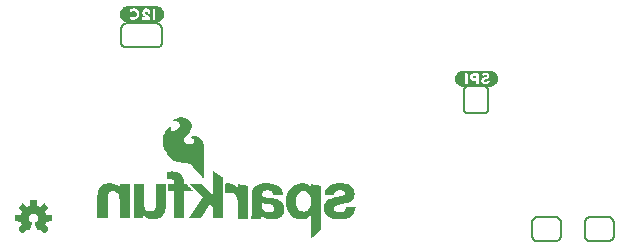
<source format=gbo>
G04 EAGLE Gerber RS-274X export*
G75*
%MOMM*%
%FSLAX34Y34*%
%LPD*%
%INSilkscreen Bottom*%
%IPPOS*%
%AMOC8*
5,1,8,0,0,1.08239X$1,22.5*%
G01*
%ADD10C,0.203200*%
%ADD11C,0.152400*%

G36*
X219914Y59150D02*
X219914Y59150D01*
X220001Y59153D01*
X220001Y59154D01*
X220002Y59154D01*
X220077Y59195D01*
X220153Y59236D01*
X220153Y59237D01*
X220154Y59237D01*
X220205Y59309D01*
X220253Y59378D01*
X220253Y59379D01*
X220254Y59386D01*
X220280Y59520D01*
X220280Y87120D01*
X220276Y87140D01*
X220277Y87167D01*
X220077Y88767D01*
X220066Y88799D01*
X220058Y88848D01*
X219558Y90248D01*
X219550Y90260D01*
X219546Y90277D01*
X219046Y91377D01*
X219028Y91401D01*
X219012Y91438D01*
X218312Y92438D01*
X218293Y92455D01*
X218282Y92474D01*
X218260Y92490D01*
X218233Y92520D01*
X217333Y93220D01*
X217322Y93225D01*
X217311Y93236D01*
X216411Y93836D01*
X216380Y93848D01*
X216341Y93873D01*
X215341Y94273D01*
X215326Y94275D01*
X215309Y94284D01*
X214309Y94584D01*
X214290Y94585D01*
X214268Y94594D01*
X213168Y94794D01*
X213139Y94793D01*
X213100Y94800D01*
X211400Y94800D01*
X211377Y94795D01*
X211346Y94796D01*
X210646Y94696D01*
X210613Y94683D01*
X210559Y94673D01*
X210069Y94477D01*
X209838Y94400D01*
X209700Y94400D01*
X209531Y94361D01*
X209398Y94251D01*
X209327Y94092D01*
X209333Y93919D01*
X209416Y93767D01*
X209558Y93667D01*
X209679Y93644D01*
X209889Y93504D01*
X209920Y93492D01*
X210008Y93451D01*
X210333Y93370D01*
X210672Y93116D01*
X210688Y93109D01*
X210704Y93094D01*
X211664Y92518D01*
X211998Y92184D01*
X212252Y91760D01*
X212420Y91258D01*
X212420Y90682D01*
X212251Y90176D01*
X211886Y89538D01*
X211439Y89001D01*
X210810Y88552D01*
X209972Y88179D01*
X208961Y87903D01*
X207461Y87997D01*
X206047Y88374D01*
X204961Y89008D01*
X204234Y90008D01*
X203786Y91083D01*
X203875Y92334D01*
X204429Y93719D01*
X205678Y95161D01*
X207369Y96851D01*
X207383Y96873D01*
X207408Y96897D01*
X208708Y98697D01*
X208714Y98712D01*
X208728Y98727D01*
X209728Y100427D01*
X209739Y100464D01*
X209771Y100538D01*
X210171Y102338D01*
X210171Y102371D01*
X210180Y102420D01*
X210180Y104120D01*
X210171Y104158D01*
X210163Y104233D01*
X209663Y105833D01*
X209643Y105867D01*
X209613Y105935D01*
X208513Y107535D01*
X208486Y107560D01*
X208452Y107605D01*
X206752Y109105D01*
X206717Y109124D01*
X206664Y109163D01*
X204364Y110263D01*
X204331Y110270D01*
X204284Y110291D01*
X202084Y110791D01*
X202046Y110791D01*
X201981Y110800D01*
X199981Y110700D01*
X199955Y110692D01*
X199918Y110691D01*
X198118Y110291D01*
X198087Y110277D01*
X198039Y110265D01*
X196539Y109565D01*
X196535Y109562D01*
X196530Y109560D01*
X195996Y109293D01*
X195330Y108960D01*
X195308Y108942D01*
X195272Y108924D01*
X194472Y108324D01*
X194457Y108306D01*
X194431Y108289D01*
X194231Y108089D01*
X194218Y108067D01*
X194198Y108051D01*
X194172Y107994D01*
X194140Y107942D01*
X194137Y107916D01*
X194127Y107892D01*
X194129Y107831D01*
X194123Y107769D01*
X194132Y107745D01*
X194133Y107719D01*
X194163Y107665D01*
X194185Y107607D01*
X194204Y107590D01*
X194216Y107567D01*
X194267Y107532D01*
X194312Y107490D01*
X194337Y107482D01*
X194358Y107467D01*
X194442Y107451D01*
X194478Y107440D01*
X194488Y107442D01*
X194500Y107440D01*
X194600Y107440D01*
X194636Y107448D01*
X194692Y107451D01*
X195078Y107548D01*
X195631Y107640D01*
X196276Y107640D01*
X197015Y107547D01*
X197854Y107268D01*
X198588Y106901D01*
X199228Y106352D01*
X199689Y105799D01*
X199952Y105360D01*
X200120Y104858D01*
X200120Y103782D01*
X199951Y103276D01*
X199579Y102626D01*
X199109Y101967D01*
X197954Y100811D01*
X197295Y100341D01*
X196620Y99955D01*
X196284Y99787D01*
X195848Y99569D01*
X195105Y99291D01*
X194473Y99200D01*
X193978Y99200D01*
X193397Y99449D01*
X193003Y99765D01*
X192752Y100266D01*
X192580Y100782D01*
X192580Y101758D01*
X192661Y102000D01*
X192663Y102021D01*
X192669Y102036D01*
X192668Y102059D01*
X192680Y102120D01*
X192680Y102320D01*
X192666Y102383D01*
X192658Y102447D01*
X192646Y102466D01*
X192641Y102489D01*
X192600Y102539D01*
X192565Y102593D01*
X192545Y102605D01*
X192531Y102622D01*
X192472Y102649D01*
X192417Y102682D01*
X192394Y102684D01*
X192372Y102693D01*
X192308Y102691D01*
X192244Y102696D01*
X192219Y102687D01*
X192199Y102687D01*
X192166Y102668D01*
X192107Y102648D01*
X190407Y101648D01*
X190379Y101621D01*
X190323Y101581D01*
X188723Y99881D01*
X188707Y99852D01*
X188675Y99818D01*
X187275Y97518D01*
X187265Y97486D01*
X187241Y97444D01*
X186241Y94544D01*
X186238Y94516D01*
X186224Y94479D01*
X185724Y91279D01*
X185727Y91246D01*
X185720Y91198D01*
X185920Y87698D01*
X185930Y87667D01*
X185933Y87621D01*
X186933Y83921D01*
X186950Y83889D01*
X186968Y83835D01*
X188968Y80235D01*
X188985Y80217D01*
X189000Y80187D01*
X190400Y78387D01*
X190412Y78377D01*
X190423Y78360D01*
X191923Y76760D01*
X191941Y76748D01*
X191958Y76726D01*
X193658Y75326D01*
X193677Y75317D01*
X193697Y75299D01*
X195597Y74099D01*
X195625Y74089D01*
X195659Y74067D01*
X197659Y73267D01*
X197671Y73265D01*
X197685Y73258D01*
X199885Y72558D01*
X199914Y72555D01*
X199953Y72543D01*
X202353Y72243D01*
X202374Y72245D01*
X202400Y72240D01*
X206153Y72240D01*
X207267Y71961D01*
X208212Y71489D01*
X209269Y70816D01*
X210231Y69950D01*
X211219Y68864D01*
X211220Y68863D01*
X211221Y68862D01*
X212415Y67568D01*
X213611Y66173D01*
X213617Y66169D01*
X213621Y66162D01*
X214820Y64863D01*
X217020Y62463D01*
X217908Y61476D01*
X218600Y60587D01*
X218606Y60581D01*
X218611Y60573D01*
X219203Y59882D01*
X219475Y59519D01*
X219559Y59351D01*
X219560Y59350D01*
X219612Y59287D01*
X219669Y59218D01*
X219670Y59217D01*
X219671Y59217D01*
X219746Y59183D01*
X219828Y59147D01*
X219829Y59146D01*
X219914Y59150D01*
G37*
G36*
X311329Y8251D02*
X311329Y8251D01*
X311401Y8253D01*
X311415Y8261D01*
X311430Y8263D01*
X311545Y8332D01*
X311553Y8336D01*
X311553Y8337D01*
X311554Y8337D01*
X312546Y9230D01*
X313538Y10023D01*
X313544Y10031D01*
X313554Y10037D01*
X314554Y10937D01*
X314560Y10945D01*
X314569Y10951D01*
X315454Y11836D01*
X316438Y12623D01*
X316444Y12631D01*
X316454Y12637D01*
X317453Y13536D01*
X318353Y14336D01*
X318353Y14337D01*
X318354Y14337D01*
X319354Y15237D01*
X319405Y15310D01*
X319453Y15378D01*
X319453Y15379D01*
X319453Y15380D01*
X319455Y15388D01*
X319480Y15520D01*
X319480Y52420D01*
X319478Y52429D01*
X319480Y52439D01*
X319458Y52513D01*
X319441Y52589D01*
X319435Y52596D01*
X319432Y52605D01*
X319380Y52663D01*
X319331Y52722D01*
X319322Y52726D01*
X319315Y52733D01*
X319183Y52791D01*
X317383Y53191D01*
X317363Y53191D01*
X317338Y53198D01*
X316360Y53296D01*
X315483Y53491D01*
X315464Y53491D01*
X315442Y53498D01*
X314562Y53596D01*
X313683Y53791D01*
X313679Y53791D01*
X313675Y53793D01*
X312675Y53993D01*
X312660Y53992D01*
X312642Y53998D01*
X311742Y54098D01*
X311671Y54089D01*
X311599Y54087D01*
X311586Y54079D01*
X311570Y54077D01*
X311510Y54038D01*
X311447Y54004D01*
X311438Y53991D01*
X311425Y53983D01*
X311389Y53921D01*
X311347Y53862D01*
X311344Y53845D01*
X311337Y53833D01*
X311334Y53794D01*
X311320Y53720D01*
X311320Y51289D01*
X311208Y51444D01*
X311197Y51453D01*
X311193Y51461D01*
X311183Y51468D01*
X311169Y51489D01*
X310269Y52389D01*
X310260Y52394D01*
X310253Y52404D01*
X309353Y53204D01*
X309326Y53218D01*
X309296Y53246D01*
X308296Y53846D01*
X308267Y53855D01*
X308230Y53877D01*
X307130Y54277D01*
X307125Y54278D01*
X307120Y54281D01*
X305920Y54681D01*
X305884Y54684D01*
X305829Y54699D01*
X304531Y54799D01*
X303332Y54899D01*
X303303Y54895D01*
X303263Y54898D01*
X300163Y54598D01*
X300131Y54587D01*
X300080Y54581D01*
X297380Y53681D01*
X297347Y53660D01*
X297286Y53634D01*
X295086Y52134D01*
X295063Y52110D01*
X295024Y52082D01*
X293224Y50182D01*
X293207Y50153D01*
X293175Y50118D01*
X291775Y47818D01*
X291765Y47788D01*
X291742Y47749D01*
X290842Y45249D01*
X290840Y45227D01*
X290828Y45200D01*
X290228Y42400D01*
X290229Y42376D01*
X290221Y42345D01*
X290021Y39345D01*
X290024Y39323D01*
X290021Y39293D01*
X290221Y36493D01*
X290228Y36470D01*
X290229Y36438D01*
X290829Y33738D01*
X290839Y33717D01*
X290844Y33687D01*
X291744Y31287D01*
X291762Y31259D01*
X291779Y31216D01*
X293179Y29016D01*
X293198Y28997D01*
X293217Y28966D01*
X294917Y27066D01*
X294948Y27044D01*
X294996Y26999D01*
X297196Y25599D01*
X297228Y25588D01*
X297271Y25562D01*
X299771Y24662D01*
X299807Y24658D01*
X299861Y24642D01*
X302761Y24342D01*
X302790Y24345D01*
X302829Y24341D01*
X304129Y24441D01*
X304144Y24445D01*
X304163Y24445D01*
X305363Y24645D01*
X305375Y24650D01*
X305392Y24651D01*
X306592Y24951D01*
X306618Y24965D01*
X306657Y24974D01*
X307757Y25474D01*
X307767Y25481D01*
X307782Y25486D01*
X308882Y26086D01*
X308896Y26099D01*
X308918Y26109D01*
X309918Y26809D01*
X309942Y26835D01*
X309984Y26867D01*
X310784Y27767D01*
X310788Y27775D01*
X310797Y27782D01*
X310920Y27936D01*
X310920Y8620D01*
X310923Y8605D01*
X310921Y8589D01*
X310943Y8521D01*
X310959Y8451D01*
X310969Y8439D01*
X310974Y8424D01*
X311024Y8373D01*
X311069Y8318D01*
X311084Y8311D01*
X311095Y8300D01*
X311162Y8276D01*
X311228Y8247D01*
X311243Y8247D01*
X311258Y8242D01*
X311329Y8251D01*
G37*
G36*
X279516Y24244D02*
X279516Y24244D01*
X279538Y24242D01*
X280538Y24342D01*
X280557Y24348D01*
X280583Y24349D01*
X282383Y24749D01*
X282398Y24756D01*
X282420Y24759D01*
X283320Y25059D01*
X283340Y25072D01*
X283370Y25080D01*
X284050Y25420D01*
X284170Y25480D01*
X284177Y25486D01*
X284189Y25490D01*
X284889Y25890D01*
X284901Y25902D01*
X284921Y25911D01*
X285621Y26411D01*
X285630Y26420D01*
X285643Y26428D01*
X286243Y26928D01*
X286266Y26958D01*
X286309Y26999D01*
X286801Y27688D01*
X287292Y28277D01*
X287308Y28308D01*
X287340Y28350D01*
X287740Y29150D01*
X287744Y29167D01*
X287756Y29187D01*
X288056Y29987D01*
X288058Y29998D01*
X288064Y30011D01*
X288364Y31011D01*
X288366Y31040D01*
X288378Y31078D01*
X288478Y31978D01*
X288478Y31982D01*
X288479Y31986D01*
X288579Y33086D01*
X288574Y33120D01*
X288577Y33171D01*
X288277Y35371D01*
X288265Y35401D01*
X288259Y35447D01*
X287659Y37147D01*
X287640Y37176D01*
X287620Y37226D01*
X286720Y38626D01*
X286692Y38653D01*
X286646Y38710D01*
X285346Y39810D01*
X285326Y39820D01*
X285306Y39840D01*
X283906Y40740D01*
X283874Y40751D01*
X283834Y40776D01*
X282234Y41376D01*
X282212Y41379D01*
X282187Y41390D01*
X280487Y41790D01*
X280476Y41790D01*
X280463Y41795D01*
X278663Y42095D01*
X278653Y42094D01*
X278642Y42098D01*
X276843Y42298D01*
X275144Y42498D01*
X273580Y42693D01*
X272317Y43082D01*
X271154Y43470D01*
X270356Y43913D01*
X269868Y44563D01*
X269780Y45439D01*
X269780Y45989D01*
X269873Y46542D01*
X269959Y46887D01*
X270330Y47629D01*
X270496Y47878D01*
X270742Y48125D01*
X270991Y48291D01*
X271333Y48461D01*
X271692Y48551D01*
X271722Y48567D01*
X271770Y48580D01*
X271841Y48615D01*
X272090Y48740D01*
X272400Y48740D01*
X272430Y48747D01*
X272475Y48747D01*
X273438Y48940D01*
X274869Y48940D01*
X275431Y48846D01*
X275917Y48749D01*
X276308Y48651D01*
X276316Y48651D01*
X276325Y48647D01*
X276776Y48557D01*
X277109Y48391D01*
X277389Y48204D01*
X277409Y48196D01*
X277430Y48180D01*
X277775Y48008D01*
X278288Y47495D01*
X278837Y46396D01*
X278927Y45945D01*
X278939Y45919D01*
X278947Y45879D01*
X279120Y45447D01*
X279120Y45020D01*
X279131Y44970D01*
X279133Y44919D01*
X279151Y44887D01*
X279159Y44851D01*
X279192Y44812D01*
X279216Y44767D01*
X279246Y44746D01*
X279269Y44718D01*
X279316Y44697D01*
X279358Y44667D01*
X279400Y44659D01*
X279428Y44647D01*
X279458Y44648D01*
X279500Y44640D01*
X287300Y44640D01*
X287377Y44658D01*
X287455Y44673D01*
X287461Y44677D01*
X287469Y44679D01*
X287530Y44730D01*
X287593Y44778D01*
X287597Y44785D01*
X287602Y44789D01*
X287635Y44862D01*
X287670Y44933D01*
X287670Y44941D01*
X287673Y44948D01*
X287672Y44981D01*
X287676Y45078D01*
X287476Y46378D01*
X287471Y46390D01*
X287471Y46395D01*
X287470Y46397D01*
X287469Y46412D01*
X287169Y47612D01*
X287159Y47632D01*
X287153Y47661D01*
X286753Y48661D01*
X286745Y48673D01*
X286740Y48690D01*
X286240Y49690D01*
X286227Y49706D01*
X286216Y49731D01*
X285616Y50631D01*
X285600Y50646D01*
X285586Y50670D01*
X284886Y51470D01*
X284855Y51493D01*
X284811Y51536D01*
X283011Y52736D01*
X282998Y52741D01*
X282985Y52752D01*
X282085Y53252D01*
X282077Y53254D01*
X282070Y53260D01*
X281070Y53760D01*
X281040Y53767D01*
X281000Y53787D01*
X278800Y54387D01*
X278783Y54387D01*
X278763Y54395D01*
X277563Y54595D01*
X277550Y54594D01*
X277534Y54599D01*
X276434Y54699D01*
X276433Y54699D01*
X276432Y54699D01*
X275232Y54799D01*
X275217Y54797D01*
X275200Y54800D01*
X271800Y54800D01*
X271784Y54796D01*
X271762Y54798D01*
X270762Y54698D01*
X270749Y54694D01*
X270732Y54694D01*
X268532Y54294D01*
X268529Y54293D01*
X268525Y54293D01*
X267525Y54093D01*
X267511Y54086D01*
X267491Y54084D01*
X266491Y53784D01*
X266472Y53774D01*
X266446Y53767D01*
X265546Y53367D01*
X265534Y53358D01*
X265515Y53352D01*
X264615Y52852D01*
X264599Y52837D01*
X264572Y52824D01*
X263772Y52224D01*
X263765Y52216D01*
X263753Y52209D01*
X263053Y51609D01*
X263032Y51581D01*
X262996Y51548D01*
X262396Y50748D01*
X262390Y50735D01*
X262378Y50722D01*
X261878Y49922D01*
X261865Y49885D01*
X261836Y49829D01*
X261536Y48829D01*
X261536Y48825D01*
X261533Y48820D01*
X261233Y47720D01*
X261232Y47682D01*
X261220Y47620D01*
X261220Y30758D01*
X261127Y30295D01*
X261128Y30263D01*
X261120Y30220D01*
X261120Y28958D01*
X261027Y28495D01*
X261028Y28463D01*
X261020Y28420D01*
X261020Y28067D01*
X260731Y26912D01*
X260731Y26876D01*
X260720Y26820D01*
X260720Y26582D01*
X260655Y26389D01*
X260484Y26131D01*
X260470Y26095D01*
X260439Y26040D01*
X260348Y25766D01*
X260260Y25590D01*
X260248Y25540D01*
X260227Y25492D01*
X260228Y25457D01*
X260220Y25422D01*
X260231Y25371D01*
X260233Y25319D01*
X260251Y25288D01*
X260259Y25253D01*
X260291Y25213D01*
X260316Y25167D01*
X260345Y25146D01*
X260368Y25119D01*
X260415Y25097D01*
X260458Y25067D01*
X260499Y25059D01*
X260526Y25047D01*
X260557Y25048D01*
X260600Y25040D01*
X268500Y25040D01*
X268550Y25051D01*
X268601Y25053D01*
X268633Y25071D01*
X268669Y25079D01*
X268708Y25112D01*
X268753Y25136D01*
X268774Y25166D01*
X268802Y25189D01*
X268823Y25236D01*
X268853Y25278D01*
X268861Y25320D01*
X268873Y25348D01*
X268872Y25378D01*
X268880Y25420D01*
X268880Y25469D01*
X268909Y25516D01*
X268953Y25578D01*
X268955Y25590D01*
X268960Y25598D01*
X268964Y25635D01*
X268980Y25720D01*
X268980Y25830D01*
X269013Y25895D01*
X269069Y25951D01*
X269109Y26016D01*
X269153Y26078D01*
X269155Y26090D01*
X269160Y26098D01*
X269164Y26135D01*
X269180Y26220D01*
X269180Y26469D01*
X269209Y26516D01*
X269253Y26578D01*
X269255Y26590D01*
X269260Y26598D01*
X269264Y26635D01*
X269280Y26720D01*
X269280Y27030D01*
X269340Y27150D01*
X269344Y27165D01*
X269353Y27178D01*
X269377Y27305D01*
X269731Y26951D01*
X269747Y26941D01*
X269762Y26923D01*
X270262Y26523D01*
X270283Y26513D01*
X270304Y26494D01*
X270804Y26194D01*
X270817Y26190D01*
X270830Y26180D01*
X272630Y25280D01*
X272653Y25274D01*
X272680Y25259D01*
X273880Y24859D01*
X273905Y24857D01*
X273938Y24845D01*
X274516Y24749D01*
X275196Y24554D01*
X275215Y24553D01*
X275238Y24545D01*
X275838Y24445D01*
X275842Y24445D01*
X275846Y24444D01*
X276546Y24344D01*
X276570Y24346D01*
X276600Y24340D01*
X277173Y24340D01*
X277846Y24244D01*
X277870Y24246D01*
X277900Y24240D01*
X279500Y24240D01*
X279516Y24244D01*
G37*
G36*
X217432Y25147D02*
X217432Y25147D01*
X217466Y25145D01*
X217516Y25167D01*
X217569Y25179D01*
X217594Y25200D01*
X217625Y25213D01*
X217672Y25265D01*
X217702Y25289D01*
X217709Y25305D01*
X217723Y25320D01*
X225275Y37519D01*
X227820Y35059D01*
X227820Y25520D01*
X227831Y25470D01*
X227833Y25419D01*
X227851Y25387D01*
X227859Y25351D01*
X227892Y25312D01*
X227916Y25267D01*
X227946Y25246D01*
X227969Y25218D01*
X228016Y25197D01*
X228058Y25167D01*
X228100Y25159D01*
X228128Y25147D01*
X228158Y25148D01*
X228200Y25140D01*
X236000Y25140D01*
X236050Y25151D01*
X236101Y25153D01*
X236133Y25171D01*
X236169Y25179D01*
X236208Y25212D01*
X236253Y25236D01*
X236274Y25266D01*
X236302Y25289D01*
X236323Y25336D01*
X236353Y25378D01*
X236361Y25420D01*
X236373Y25448D01*
X236372Y25478D01*
X236380Y25520D01*
X236380Y60220D01*
X236371Y60262D01*
X236371Y60304D01*
X236351Y60345D01*
X236341Y60389D01*
X236314Y60422D01*
X236295Y60460D01*
X236253Y60495D01*
X236231Y60522D01*
X236208Y60532D01*
X236184Y60553D01*
X228384Y64853D01*
X228327Y64869D01*
X228272Y64893D01*
X228244Y64892D01*
X228217Y64900D01*
X228159Y64889D01*
X228099Y64887D01*
X228074Y64873D01*
X228047Y64868D01*
X227999Y64832D01*
X227947Y64804D01*
X227931Y64781D01*
X227908Y64764D01*
X227881Y64711D01*
X227847Y64662D01*
X227841Y64631D01*
X227830Y64609D01*
X227830Y64573D01*
X227820Y64520D01*
X227820Y44558D01*
X218673Y53985D01*
X218607Y54027D01*
X218542Y54073D01*
X218533Y54074D01*
X218527Y54078D01*
X218493Y54082D01*
X218400Y54100D01*
X209200Y54100D01*
X209172Y54094D01*
X209144Y54096D01*
X209089Y54074D01*
X209031Y54061D01*
X209009Y54043D01*
X208983Y54032D01*
X208943Y53988D01*
X208898Y53951D01*
X208886Y53925D01*
X208867Y53903D01*
X208851Y53846D01*
X208827Y53792D01*
X208828Y53764D01*
X208820Y53737D01*
X208831Y53679D01*
X208833Y53619D01*
X208847Y53594D01*
X208852Y53566D01*
X208898Y53501D01*
X208916Y53467D01*
X208926Y53460D01*
X208935Y53447D01*
X219408Y43268D01*
X207684Y25731D01*
X207657Y25661D01*
X207627Y25592D01*
X207627Y25580D01*
X207623Y25569D01*
X207630Y25494D01*
X207633Y25419D01*
X207639Y25409D01*
X207640Y25397D01*
X207680Y25333D01*
X207716Y25267D01*
X207726Y25260D01*
X207732Y25250D01*
X207796Y25211D01*
X207858Y25167D01*
X207871Y25165D01*
X207880Y25159D01*
X207918Y25156D01*
X208000Y25140D01*
X217400Y25140D01*
X217432Y25147D01*
G37*
G36*
X138550Y25151D02*
X138550Y25151D01*
X138601Y25153D01*
X138633Y25171D01*
X138669Y25179D01*
X138708Y25212D01*
X138753Y25236D01*
X138774Y25266D01*
X138802Y25289D01*
X138823Y25336D01*
X138853Y25378D01*
X138861Y25420D01*
X138873Y25448D01*
X138872Y25478D01*
X138880Y25520D01*
X138880Y41409D01*
X138979Y43082D01*
X139174Y44447D01*
X139459Y45587D01*
X139913Y46495D01*
X140531Y47113D01*
X141364Y47576D01*
X142287Y47945D01*
X143501Y48039D01*
X144830Y47944D01*
X146044Y47570D01*
X146974Y47012D01*
X147798Y46280D01*
X148346Y45275D01*
X148729Y43935D01*
X149021Y42277D01*
X149120Y40310D01*
X149120Y25520D01*
X149131Y25470D01*
X149133Y25419D01*
X149151Y25387D01*
X149159Y25351D01*
X149192Y25312D01*
X149216Y25267D01*
X149246Y25246D01*
X149269Y25218D01*
X149316Y25197D01*
X149358Y25167D01*
X149400Y25159D01*
X149428Y25147D01*
X149458Y25148D01*
X149500Y25140D01*
X157300Y25140D01*
X157350Y25151D01*
X157401Y25153D01*
X157433Y25171D01*
X157469Y25179D01*
X157508Y25212D01*
X157553Y25236D01*
X157574Y25266D01*
X157602Y25289D01*
X157623Y25336D01*
X157653Y25378D01*
X157661Y25420D01*
X157673Y25448D01*
X157672Y25478D01*
X157680Y25520D01*
X157680Y50220D01*
X157679Y50225D01*
X157680Y50231D01*
X157580Y53731D01*
X157568Y53775D01*
X157567Y53821D01*
X157547Y53858D01*
X157536Y53898D01*
X157506Y53933D01*
X157484Y53973D01*
X157450Y53997D01*
X157422Y54029D01*
X157380Y54046D01*
X157342Y54073D01*
X157293Y54082D01*
X157262Y54095D01*
X157235Y54093D01*
X157200Y54100D01*
X149800Y54100D01*
X149750Y54089D01*
X149699Y54087D01*
X149667Y54069D01*
X149631Y54061D01*
X149592Y54028D01*
X149547Y54004D01*
X149526Y53974D01*
X149498Y53951D01*
X149477Y53904D01*
X149447Y53862D01*
X149439Y53820D01*
X149427Y53792D01*
X149428Y53762D01*
X149420Y53720D01*
X149420Y50852D01*
X149208Y51144D01*
X149194Y51155D01*
X149183Y51174D01*
X148283Y52174D01*
X148261Y52190D01*
X148238Y52217D01*
X147238Y53017D01*
X147221Y53025D01*
X147204Y53041D01*
X146104Y53741D01*
X146078Y53750D01*
X146046Y53771D01*
X144846Y54271D01*
X144822Y54275D01*
X144792Y54289D01*
X143592Y54589D01*
X143578Y54589D01*
X143563Y54595D01*
X142363Y54795D01*
X142349Y54794D01*
X142332Y54799D01*
X141132Y54899D01*
X141106Y54895D01*
X141073Y54899D01*
X138273Y54699D01*
X138245Y54691D01*
X138204Y54688D01*
X135904Y54088D01*
X135871Y54071D01*
X135815Y54052D01*
X134015Y53052D01*
X133987Y53026D01*
X133931Y52989D01*
X132531Y51589D01*
X132511Y51557D01*
X132472Y51513D01*
X131472Y49813D01*
X131462Y49778D01*
X131436Y49729D01*
X130836Y47729D01*
X130835Y47710D01*
X130826Y47688D01*
X130426Y45488D01*
X130427Y45465D01*
X130420Y45435D01*
X130320Y42935D01*
X130321Y42928D01*
X130320Y42920D01*
X130320Y25520D01*
X130331Y25470D01*
X130333Y25419D01*
X130351Y25387D01*
X130359Y25351D01*
X130392Y25312D01*
X130416Y25267D01*
X130446Y25246D01*
X130469Y25218D01*
X130516Y25197D01*
X130558Y25167D01*
X130600Y25159D01*
X130628Y25147D01*
X130658Y25148D01*
X130700Y25140D01*
X138500Y25140D01*
X138550Y25151D01*
G37*
G36*
X180427Y24541D02*
X180427Y24541D01*
X180455Y24549D01*
X180496Y24552D01*
X182796Y25152D01*
X182829Y25169D01*
X182885Y25188D01*
X184685Y26188D01*
X184713Y26214D01*
X184769Y26251D01*
X186169Y27651D01*
X186190Y27684D01*
X186236Y27742D01*
X187136Y29442D01*
X187142Y29466D01*
X187159Y29494D01*
X187859Y31494D01*
X187862Y31526D01*
X187877Y31569D01*
X188177Y33769D01*
X188175Y33785D01*
X188180Y33805D01*
X188280Y36305D01*
X188279Y36312D01*
X188280Y36320D01*
X188280Y53720D01*
X188269Y53770D01*
X188267Y53821D01*
X188249Y53853D01*
X188241Y53889D01*
X188208Y53928D01*
X188184Y53973D01*
X188154Y53994D01*
X188131Y54022D01*
X188084Y54043D01*
X188042Y54073D01*
X188000Y54081D01*
X187972Y54093D01*
X187942Y54092D01*
X187900Y54100D01*
X180200Y54100D01*
X180150Y54089D01*
X180099Y54087D01*
X180067Y54069D01*
X180031Y54061D01*
X179992Y54028D01*
X179947Y54004D01*
X179926Y53974D01*
X179898Y53951D01*
X179877Y53904D01*
X179847Y53862D01*
X179839Y53820D01*
X179827Y53792D01*
X179828Y53762D01*
X179820Y53720D01*
X179820Y37831D01*
X179721Y36158D01*
X179528Y34808D01*
X179148Y33666D01*
X178681Y32732D01*
X178145Y32107D01*
X177340Y31571D01*
X176334Y31296D01*
X175197Y31201D01*
X173774Y31296D01*
X172652Y31670D01*
X171630Y32228D01*
X170908Y32950D01*
X170348Y33976D01*
X169869Y35318D01*
X169580Y36953D01*
X169580Y53720D01*
X169569Y53770D01*
X169567Y53821D01*
X169549Y53853D01*
X169541Y53889D01*
X169508Y53928D01*
X169484Y53973D01*
X169454Y53994D01*
X169431Y54022D01*
X169384Y54043D01*
X169342Y54073D01*
X169300Y54081D01*
X169272Y54093D01*
X169242Y54092D01*
X169200Y54100D01*
X161400Y54100D01*
X161350Y54089D01*
X161299Y54087D01*
X161267Y54069D01*
X161231Y54061D01*
X161192Y54028D01*
X161147Y54004D01*
X161126Y53974D01*
X161098Y53951D01*
X161077Y53904D01*
X161047Y53862D01*
X161039Y53820D01*
X161027Y53792D01*
X161028Y53762D01*
X161020Y53720D01*
X161020Y29020D01*
X161021Y29015D01*
X161020Y29009D01*
X161120Y25509D01*
X161132Y25465D01*
X161133Y25419D01*
X161153Y25382D01*
X161164Y25342D01*
X161194Y25307D01*
X161216Y25267D01*
X161250Y25243D01*
X161278Y25211D01*
X161320Y25194D01*
X161358Y25167D01*
X161407Y25158D01*
X161438Y25145D01*
X161465Y25147D01*
X161500Y25140D01*
X168900Y25140D01*
X168950Y25151D01*
X169001Y25153D01*
X169033Y25171D01*
X169069Y25179D01*
X169108Y25212D01*
X169153Y25236D01*
X169174Y25266D01*
X169202Y25289D01*
X169223Y25336D01*
X169253Y25378D01*
X169261Y25420D01*
X169273Y25448D01*
X169272Y25478D01*
X169280Y25520D01*
X169280Y28251D01*
X169392Y28096D01*
X169412Y28080D01*
X169431Y28051D01*
X170431Y27051D01*
X170447Y27041D01*
X170462Y27023D01*
X171462Y26223D01*
X171479Y26215D01*
X171496Y26199D01*
X172596Y25499D01*
X172618Y25491D01*
X172643Y25474D01*
X173743Y24974D01*
X173771Y24968D01*
X173808Y24951D01*
X175008Y24651D01*
X175024Y24651D01*
X175042Y24644D01*
X176342Y24444D01*
X176354Y24445D01*
X176368Y24441D01*
X177568Y24341D01*
X177594Y24345D01*
X177627Y24341D01*
X180427Y24541D01*
G37*
G36*
X337616Y24440D02*
X337616Y24440D01*
X337636Y24446D01*
X337663Y24445D01*
X340063Y24845D01*
X340084Y24854D01*
X340115Y24858D01*
X342315Y25558D01*
X342337Y25571D01*
X342370Y25580D01*
X343011Y25900D01*
X343771Y26280D01*
X343771Y26281D01*
X344370Y26580D01*
X344393Y26599D01*
X344431Y26618D01*
X346131Y27918D01*
X346155Y27947D01*
X346202Y27989D01*
X347502Y29689D01*
X347518Y29724D01*
X347552Y29776D01*
X348452Y31976D01*
X348457Y32011D01*
X348475Y32060D01*
X348875Y34560D01*
X348870Y34640D01*
X348867Y34721D01*
X348864Y34726D01*
X348863Y34733D01*
X348822Y34802D01*
X348784Y34873D01*
X348779Y34877D01*
X348775Y34882D01*
X348708Y34927D01*
X348642Y34973D01*
X348635Y34974D01*
X348631Y34977D01*
X348600Y34981D01*
X348500Y35000D01*
X341100Y35000D01*
X341067Y34993D01*
X341033Y34994D01*
X340984Y34973D01*
X340931Y34961D01*
X340905Y34939D01*
X340874Y34926D01*
X340839Y34885D01*
X340798Y34851D01*
X340784Y34820D01*
X340762Y34794D01*
X340743Y34728D01*
X340727Y34692D01*
X340727Y34683D01*
X340726Y34679D01*
X340726Y34670D01*
X340721Y34654D01*
X340626Y33610D01*
X340266Y32708D01*
X339720Y31980D01*
X338980Y31333D01*
X338151Y30872D01*
X337208Y30589D01*
X336247Y30397D01*
X335084Y30300D01*
X334342Y30300D01*
X333488Y30490D01*
X332733Y30679D01*
X331980Y31055D01*
X331346Y31417D01*
X330832Y32017D01*
X330565Y32728D01*
X330391Y33515D01*
X330556Y34177D01*
X330891Y34763D01*
X331601Y35295D01*
X331823Y35406D01*
X331823Y35407D01*
X332558Y35774D01*
X333723Y36259D01*
X335190Y36651D01*
X336983Y37049D01*
X336987Y37051D01*
X336992Y37051D01*
X340592Y37951D01*
X340599Y37954D01*
X340607Y37955D01*
X342307Y38455D01*
X342321Y38463D01*
X342341Y38467D01*
X343841Y39067D01*
X343857Y39078D01*
X343880Y39085D01*
X345180Y39785D01*
X345204Y39806D01*
X345243Y39828D01*
X346443Y40828D01*
X346465Y40856D01*
X346504Y40892D01*
X347404Y42092D01*
X347420Y42128D01*
X347458Y42192D01*
X347958Y43592D01*
X347962Y43627D01*
X347968Y43644D01*
X347975Y43660D01*
X347975Y43666D01*
X347978Y43676D01*
X348178Y45376D01*
X348174Y45411D01*
X348178Y45465D01*
X347878Y47965D01*
X347868Y47991D01*
X347867Y48016D01*
X347862Y48026D01*
X347859Y48046D01*
X347159Y50046D01*
X347141Y50073D01*
X347095Y50160D01*
X345795Y51760D01*
X345766Y51782D01*
X345728Y51824D01*
X344128Y53024D01*
X344096Y53038D01*
X344054Y53067D01*
X342254Y53867D01*
X342232Y53872D01*
X342204Y53886D01*
X340104Y54486D01*
X340081Y54487D01*
X340051Y54497D01*
X337851Y54797D01*
X337836Y54795D01*
X337817Y54800D01*
X335517Y54900D01*
X335502Y54897D01*
X335483Y54900D01*
X333183Y54800D01*
X333167Y54795D01*
X333146Y54796D01*
X331046Y54496D01*
X331025Y54488D01*
X330996Y54486D01*
X328896Y53886D01*
X328870Y53871D01*
X328830Y53860D01*
X328269Y53580D01*
X327508Y53199D01*
X327030Y52960D01*
X327008Y52942D01*
X326972Y52924D01*
X325372Y51724D01*
X325347Y51694D01*
X325296Y51648D01*
X324096Y50048D01*
X324083Y50019D01*
X324056Y49983D01*
X323156Y48083D01*
X323149Y48048D01*
X323128Y47998D01*
X322628Y45598D01*
X322628Y45595D01*
X322627Y45592D01*
X322630Y45508D01*
X322632Y45424D01*
X322633Y45422D01*
X322633Y45419D01*
X322673Y45345D01*
X322713Y45271D01*
X322715Y45269D01*
X322716Y45267D01*
X322784Y45219D01*
X322853Y45169D01*
X322856Y45169D01*
X322858Y45167D01*
X323000Y45140D01*
X330400Y45140D01*
X330413Y45143D01*
X330427Y45141D01*
X330497Y45162D01*
X330569Y45179D01*
X330579Y45188D01*
X330592Y45192D01*
X330646Y45243D01*
X330702Y45289D01*
X330708Y45302D01*
X330718Y45311D01*
X330773Y45445D01*
X330963Y46396D01*
X331327Y47123D01*
X331781Y47759D01*
X332310Y48200D01*
X332580Y48335D01*
X333028Y48559D01*
X334742Y48940D01*
X336376Y48940D01*
X337149Y48843D01*
X337821Y48747D01*
X338439Y48571D01*
X338958Y48225D01*
X339288Y47895D01*
X339541Y47387D01*
X339710Y46711D01*
X339547Y45892D01*
X339045Y45307D01*
X338215Y44753D01*
X337165Y44276D01*
X335907Y43889D01*
X334425Y43593D01*
X334418Y43589D01*
X334408Y43589D01*
X332821Y43192D01*
X331134Y42894D01*
X331114Y42886D01*
X331087Y42883D01*
X329491Y42384D01*
X327793Y41885D01*
X327779Y41877D01*
X327759Y41873D01*
X326259Y41273D01*
X326236Y41257D01*
X326201Y41244D01*
X324901Y40444D01*
X324884Y40427D01*
X324857Y40412D01*
X323657Y39412D01*
X323633Y39381D01*
X323587Y39336D01*
X322687Y38036D01*
X322673Y38000D01*
X322639Y37940D01*
X322139Y36440D01*
X322136Y36407D01*
X322122Y36362D01*
X321922Y34562D01*
X321926Y34527D01*
X321922Y34475D01*
X322222Y31975D01*
X322235Y31940D01*
X322245Y31885D01*
X323045Y29785D01*
X323067Y29752D01*
X323098Y29689D01*
X324398Y27989D01*
X324422Y27969D01*
X324450Y27934D01*
X326050Y26534D01*
X326083Y26516D01*
X326130Y26480D01*
X328130Y25480D01*
X328160Y25473D01*
X328200Y25453D01*
X330400Y24853D01*
X330416Y24853D01*
X330435Y24845D01*
X332735Y24445D01*
X332757Y24447D01*
X332784Y24440D01*
X335184Y24340D01*
X335198Y24343D01*
X335216Y24340D01*
X337616Y24440D01*
G37*
G36*
X85520Y12846D02*
X85520Y12846D01*
X85628Y12856D01*
X85641Y12862D01*
X85655Y12864D01*
X85752Y12912D01*
X85851Y12957D01*
X85864Y12968D01*
X85873Y12972D01*
X85888Y12988D01*
X85965Y13050D01*
X88550Y15635D01*
X88613Y15724D01*
X88679Y15809D01*
X88684Y15822D01*
X88692Y15834D01*
X88723Y15937D01*
X88759Y16040D01*
X88759Y16054D01*
X88763Y16067D01*
X88759Y16175D01*
X88760Y16284D01*
X88755Y16297D01*
X88755Y16311D01*
X88717Y16413D01*
X88682Y16515D01*
X88673Y16530D01*
X88669Y16539D01*
X88655Y16556D01*
X88601Y16638D01*
X85837Y20028D01*
X86394Y21110D01*
X86400Y21130D01*
X86442Y21225D01*
X86813Y22384D01*
X91164Y22827D01*
X91268Y22855D01*
X91374Y22880D01*
X91386Y22887D01*
X91399Y22890D01*
X91489Y22951D01*
X91582Y23008D01*
X91590Y23019D01*
X91602Y23027D01*
X91668Y23113D01*
X91737Y23197D01*
X91741Y23210D01*
X91750Y23221D01*
X91784Y23324D01*
X91823Y23425D01*
X91824Y23443D01*
X91828Y23452D01*
X91828Y23474D01*
X91837Y23572D01*
X91837Y27228D01*
X91820Y27335D01*
X91806Y27443D01*
X91800Y27455D01*
X91798Y27469D01*
X91746Y27565D01*
X91699Y27662D01*
X91689Y27672D01*
X91683Y27684D01*
X91603Y27758D01*
X91527Y27835D01*
X91515Y27841D01*
X91505Y27851D01*
X91406Y27896D01*
X91309Y27944D01*
X91291Y27948D01*
X91282Y27952D01*
X91261Y27954D01*
X91164Y27973D01*
X86813Y28416D01*
X86442Y29575D01*
X86433Y29592D01*
X86431Y29600D01*
X86427Y29607D01*
X86394Y29690D01*
X85837Y30772D01*
X88601Y34162D01*
X88655Y34256D01*
X88712Y34348D01*
X88715Y34361D01*
X88722Y34373D01*
X88743Y34480D01*
X88768Y34585D01*
X88766Y34599D01*
X88769Y34613D01*
X88754Y34720D01*
X88744Y34828D01*
X88738Y34841D01*
X88736Y34855D01*
X88688Y34952D01*
X88643Y35051D01*
X88632Y35064D01*
X88628Y35073D01*
X88612Y35088D01*
X88550Y35165D01*
X85965Y37750D01*
X85876Y37813D01*
X85791Y37879D01*
X85778Y37884D01*
X85766Y37892D01*
X85663Y37923D01*
X85560Y37959D01*
X85546Y37959D01*
X85533Y37963D01*
X85425Y37959D01*
X85316Y37960D01*
X85303Y37955D01*
X85289Y37955D01*
X85187Y37917D01*
X85085Y37882D01*
X85070Y37873D01*
X85061Y37869D01*
X85044Y37855D01*
X84962Y37801D01*
X81572Y35037D01*
X80490Y35594D01*
X80470Y35600D01*
X80375Y35642D01*
X79216Y36013D01*
X78773Y40364D01*
X78745Y40468D01*
X78720Y40574D01*
X78713Y40586D01*
X78710Y40599D01*
X78649Y40689D01*
X78592Y40782D01*
X78581Y40790D01*
X78573Y40802D01*
X78487Y40868D01*
X78403Y40937D01*
X78390Y40941D01*
X78379Y40950D01*
X78276Y40984D01*
X78175Y41023D01*
X78157Y41024D01*
X78148Y41028D01*
X78126Y41028D01*
X78028Y41037D01*
X74372Y41037D01*
X74265Y41020D01*
X74157Y41006D01*
X74145Y41000D01*
X74131Y40998D01*
X74035Y40946D01*
X73938Y40899D01*
X73928Y40889D01*
X73916Y40883D01*
X73842Y40803D01*
X73765Y40727D01*
X73759Y40715D01*
X73749Y40705D01*
X73704Y40606D01*
X73656Y40509D01*
X73652Y40491D01*
X73648Y40482D01*
X73646Y40461D01*
X73627Y40364D01*
X73184Y36013D01*
X72025Y35642D01*
X72007Y35632D01*
X71910Y35594D01*
X70828Y35037D01*
X67438Y37801D01*
X67344Y37855D01*
X67252Y37912D01*
X67239Y37915D01*
X67227Y37922D01*
X67120Y37943D01*
X67015Y37968D01*
X67001Y37966D01*
X66987Y37969D01*
X66880Y37954D01*
X66772Y37944D01*
X66759Y37938D01*
X66746Y37936D01*
X66648Y37888D01*
X66549Y37843D01*
X66536Y37832D01*
X66527Y37828D01*
X66512Y37812D01*
X66435Y37750D01*
X63850Y35165D01*
X63787Y35076D01*
X63721Y34991D01*
X63716Y34978D01*
X63708Y34966D01*
X63677Y34863D01*
X63641Y34760D01*
X63641Y34746D01*
X63637Y34733D01*
X63641Y34625D01*
X63640Y34516D01*
X63645Y34503D01*
X63645Y34489D01*
X63683Y34387D01*
X63718Y34285D01*
X63727Y34270D01*
X63731Y34261D01*
X63745Y34244D01*
X63799Y34162D01*
X66563Y30772D01*
X66006Y29690D01*
X66000Y29670D01*
X65958Y29575D01*
X65587Y28416D01*
X61236Y27973D01*
X61132Y27945D01*
X61026Y27920D01*
X61014Y27913D01*
X61001Y27910D01*
X60911Y27849D01*
X60818Y27792D01*
X60810Y27781D01*
X60798Y27773D01*
X60732Y27687D01*
X60664Y27603D01*
X60659Y27590D01*
X60650Y27579D01*
X60616Y27476D01*
X60577Y27375D01*
X60576Y27357D01*
X60572Y27348D01*
X60573Y27326D01*
X60563Y27228D01*
X60563Y23572D01*
X60580Y23465D01*
X60594Y23357D01*
X60600Y23345D01*
X60602Y23331D01*
X60654Y23235D01*
X60701Y23138D01*
X60711Y23128D01*
X60717Y23116D01*
X60797Y23042D01*
X60873Y22965D01*
X60885Y22959D01*
X60896Y22949D01*
X60994Y22904D01*
X61091Y22856D01*
X61109Y22852D01*
X61118Y22848D01*
X61139Y22846D01*
X61236Y22827D01*
X65587Y22384D01*
X65958Y21225D01*
X65968Y21207D01*
X66006Y21110D01*
X66563Y20028D01*
X63799Y16638D01*
X63745Y16544D01*
X63688Y16452D01*
X63685Y16439D01*
X63678Y16427D01*
X63657Y16320D01*
X63632Y16215D01*
X63634Y16201D01*
X63631Y16187D01*
X63646Y16080D01*
X63656Y15972D01*
X63662Y15959D01*
X63664Y15946D01*
X63712Y15848D01*
X63757Y15749D01*
X63768Y15736D01*
X63772Y15727D01*
X63788Y15712D01*
X63850Y15635D01*
X66435Y13050D01*
X66524Y12987D01*
X66609Y12921D01*
X66622Y12916D01*
X66634Y12908D01*
X66737Y12877D01*
X66840Y12841D01*
X66854Y12841D01*
X66867Y12837D01*
X66975Y12841D01*
X67084Y12840D01*
X67097Y12845D01*
X67111Y12845D01*
X67213Y12883D01*
X67315Y12918D01*
X67330Y12927D01*
X67339Y12931D01*
X67356Y12945D01*
X67438Y12999D01*
X70828Y15763D01*
X71910Y15206D01*
X71963Y15189D01*
X72012Y15163D01*
X72078Y15152D01*
X72142Y15131D01*
X72198Y15132D01*
X72252Y15123D01*
X72319Y15134D01*
X72386Y15135D01*
X72438Y15153D01*
X72493Y15162D01*
X72553Y15194D01*
X72616Y15217D01*
X72659Y15251D01*
X72709Y15277D01*
X72755Y15326D01*
X72807Y15368D01*
X72838Y15415D01*
X72876Y15455D01*
X72932Y15560D01*
X72940Y15573D01*
X72941Y15578D01*
X72945Y15585D01*
X75098Y20782D01*
X75118Y20865D01*
X75123Y20878D01*
X75125Y20894D01*
X75150Y20979D01*
X75149Y21000D01*
X75154Y21020D01*
X75146Y21102D01*
X75148Y21121D01*
X75143Y21141D01*
X75139Y21222D01*
X75132Y21242D01*
X75130Y21263D01*
X75099Y21332D01*
X75092Y21359D01*
X75077Y21383D01*
X75051Y21450D01*
X75038Y21466D01*
X75029Y21485D01*
X74984Y21534D01*
X74964Y21566D01*
X74933Y21591D01*
X74895Y21637D01*
X74872Y21653D01*
X74862Y21663D01*
X74841Y21675D01*
X74776Y21720D01*
X74775Y21721D01*
X74774Y21722D01*
X73875Y22228D01*
X73188Y22872D01*
X72673Y23660D01*
X72361Y24548D01*
X72269Y25485D01*
X72402Y26417D01*
X72753Y27291D01*
X73302Y28056D01*
X74016Y28669D01*
X74856Y29094D01*
X75773Y29308D01*
X76714Y29298D01*
X77626Y29064D01*
X78456Y28621D01*
X79157Y27992D01*
X79689Y27215D01*
X80020Y26334D01*
X80133Y25399D01*
X80025Y24482D01*
X79705Y23614D01*
X79191Y22845D01*
X78512Y22218D01*
X77628Y21723D01*
X77586Y21690D01*
X77544Y21667D01*
X77513Y21634D01*
X77465Y21599D01*
X77453Y21583D01*
X77437Y21570D01*
X77402Y21515D01*
X77377Y21489D01*
X77363Y21458D01*
X77322Y21401D01*
X77316Y21382D01*
X77306Y21365D01*
X77287Y21290D01*
X77277Y21267D01*
X77274Y21243D01*
X77251Y21168D01*
X77252Y21148D01*
X77247Y21128D01*
X77254Y21043D01*
X77253Y21024D01*
X77256Y21007D01*
X77259Y20924D01*
X77267Y20899D01*
X77268Y20885D01*
X77278Y20863D01*
X77302Y20782D01*
X77611Y20037D01*
X78542Y17789D01*
X78852Y17040D01*
X79455Y15585D01*
X79484Y15538D01*
X79505Y15486D01*
X79548Y15435D01*
X79584Y15378D01*
X79627Y15343D01*
X79663Y15300D01*
X79720Y15266D01*
X79772Y15223D01*
X79824Y15204D01*
X79872Y15175D01*
X79938Y15161D01*
X80001Y15137D01*
X80056Y15135D01*
X80110Y15124D01*
X80177Y15131D01*
X80244Y15129D01*
X80298Y15145D01*
X80353Y15152D01*
X80464Y15196D01*
X80478Y15200D01*
X80482Y15203D01*
X80490Y15206D01*
X81572Y15763D01*
X84962Y12999D01*
X85056Y12945D01*
X85148Y12888D01*
X85161Y12885D01*
X85173Y12878D01*
X85280Y12857D01*
X85385Y12832D01*
X85399Y12834D01*
X85413Y12831D01*
X85520Y12846D01*
G37*
G36*
X180505Y191194D02*
X180505Y191194D01*
X180508Y191191D01*
X181108Y191291D01*
X181111Y191295D01*
X181114Y191293D01*
X181814Y191493D01*
X181815Y191494D01*
X181816Y191493D01*
X182416Y191693D01*
X182417Y191696D01*
X182419Y191695D01*
X183119Y191995D01*
X183121Y191997D01*
X183122Y191996D01*
X183722Y192296D01*
X183725Y192303D01*
X183731Y192302D01*
X184731Y193102D01*
X184732Y193106D01*
X184735Y193105D01*
X185235Y193605D01*
X185236Y193612D01*
X185241Y193613D01*
X185641Y194213D01*
X185641Y194217D01*
X185644Y194218D01*
X186544Y196018D01*
X186542Y196029D01*
X186549Y196033D01*
X186649Y196732D01*
X186749Y197332D01*
X186748Y197333D01*
X186749Y197333D01*
X186849Y198033D01*
X186844Y198042D01*
X186849Y198047D01*
X186749Y198747D01*
X186748Y198748D01*
X186749Y198748D01*
X186649Y199348D01*
X186549Y200047D01*
X186541Y200055D01*
X186544Y200062D01*
X185644Y201862D01*
X185640Y201864D01*
X185641Y201867D01*
X185241Y202467D01*
X185234Y202470D01*
X185235Y202475D01*
X184735Y202975D01*
X184731Y202975D01*
X184731Y202978D01*
X183731Y203778D01*
X183723Y203779D01*
X183722Y203784D01*
X182522Y204384D01*
X182515Y204383D01*
X182514Y204387D01*
X181114Y204787D01*
X181110Y204786D01*
X181108Y204789D01*
X180508Y204889D01*
X180503Y204886D01*
X180500Y204889D01*
X155600Y204889D01*
X155596Y204886D01*
X155593Y204889D01*
X154893Y204789D01*
X154892Y204788D01*
X154892Y204789D01*
X154292Y204689D01*
X154286Y204682D01*
X154281Y204685D01*
X153582Y204386D01*
X152984Y204187D01*
X152979Y204179D01*
X152973Y204181D01*
X152374Y203782D01*
X151875Y203482D01*
X151871Y203474D01*
X151865Y203475D01*
X150865Y202475D01*
X150865Y202471D01*
X150862Y202471D01*
X150462Y201971D01*
X150461Y201967D01*
X150459Y201967D01*
X150059Y201367D01*
X150059Y201363D01*
X150056Y201362D01*
X149756Y200762D01*
X149756Y200759D01*
X149755Y200759D01*
X149757Y200757D01*
X149753Y200756D01*
X149553Y200156D01*
X149554Y200154D01*
X149553Y200154D01*
X149529Y200069D01*
X149486Y199921D01*
X149472Y199872D01*
X149430Y199724D01*
X149388Y199577D01*
X149374Y199527D01*
X149353Y199454D01*
X149354Y199450D01*
X149351Y199448D01*
X149251Y198848D01*
X149252Y198847D01*
X149251Y198847D01*
X149151Y198147D01*
X149156Y198138D01*
X149151Y198133D01*
X149351Y196733D01*
X149352Y196732D01*
X149351Y196732D01*
X149451Y196132D01*
X149456Y196128D01*
X149453Y196124D01*
X149653Y195524D01*
X149656Y195523D01*
X149655Y195521D01*
X149955Y194821D01*
X149963Y194816D01*
X149962Y194809D01*
X150360Y194311D01*
X150759Y193713D01*
X150762Y193712D01*
X150762Y193709D01*
X151162Y193209D01*
X151169Y193207D01*
X151169Y193202D01*
X151669Y192802D01*
X151673Y192801D01*
X151673Y192799D01*
X152271Y192400D01*
X152769Y192002D01*
X152779Y192001D01*
X152781Y191995D01*
X153481Y191695D01*
X153484Y191696D01*
X153484Y191693D01*
X154084Y191493D01*
X154086Y191494D01*
X154086Y191493D01*
X154786Y191293D01*
X154796Y191296D01*
X154800Y191291D01*
X155397Y191291D01*
X156093Y191191D01*
X156098Y191194D01*
X156100Y191191D01*
X180500Y191191D01*
X180505Y191194D01*
G37*
G36*
X463162Y136664D02*
X463162Y136664D01*
X463165Y136661D01*
X463865Y136761D01*
X463870Y136766D01*
X463874Y136763D01*
X464473Y136963D01*
X465172Y137163D01*
X465173Y137164D01*
X465174Y137163D01*
X465774Y137363D01*
X465779Y137371D01*
X465785Y137369D01*
X466385Y137769D01*
X466386Y137772D01*
X466389Y137772D01*
X467389Y138572D01*
X467390Y138576D01*
X467393Y138575D01*
X467893Y139075D01*
X467893Y139079D01*
X467896Y139079D01*
X468296Y139579D01*
X468297Y139583D01*
X468299Y139583D01*
X468699Y140183D01*
X468699Y140187D01*
X468702Y140188D01*
X469002Y140788D01*
X469001Y140795D01*
X469005Y140796D01*
X469016Y140834D01*
X469058Y140981D01*
X469072Y141031D01*
X469114Y141178D01*
X469115Y141178D01*
X469114Y141178D01*
X469157Y141326D01*
X469171Y141375D01*
X469205Y141495D01*
X469405Y142094D01*
X469403Y142101D01*
X469407Y142103D01*
X469507Y142803D01*
X469504Y142808D01*
X469507Y142810D01*
X469507Y144110D01*
X469504Y144114D01*
X469507Y144117D01*
X469407Y144817D01*
X469403Y144821D01*
X469405Y144824D01*
X469205Y145524D01*
X469204Y145525D01*
X469205Y145526D01*
X469005Y146126D01*
X469000Y146129D01*
X469002Y146132D01*
X468402Y147332D01*
X468392Y147337D01*
X468393Y147345D01*
X467895Y147843D01*
X467496Y148341D01*
X467492Y148342D01*
X467493Y148345D01*
X466993Y148845D01*
X466986Y148846D01*
X466985Y148851D01*
X466385Y149251D01*
X466381Y149251D01*
X466380Y149254D01*
X465180Y149854D01*
X465175Y149853D01*
X465174Y149857D01*
X464574Y150057D01*
X464572Y150056D01*
X464572Y150057D01*
X463872Y150257D01*
X463867Y150256D01*
X463865Y150259D01*
X463165Y150359D01*
X463160Y150356D01*
X463158Y150359D01*
X462758Y150359D01*
X462728Y150337D01*
X462716Y150335D01*
X462698Y150306D01*
X462698Y150307D01*
X462693Y150344D01*
X462671Y150342D01*
X462658Y150359D01*
X439658Y150359D01*
X439654Y150356D01*
X439651Y150359D01*
X438951Y150259D01*
X438950Y150258D01*
X438950Y150259D01*
X438350Y150159D01*
X438347Y150155D01*
X438344Y150157D01*
X437644Y149957D01*
X437640Y149952D01*
X437636Y149954D01*
X436436Y149354D01*
X436434Y149350D01*
X436431Y149351D01*
X435831Y148951D01*
X435828Y148944D01*
X435823Y148945D01*
X434923Y148045D01*
X434923Y148041D01*
X434920Y148042D01*
X434420Y147442D01*
X434420Y147436D01*
X434416Y147435D01*
X434116Y146935D01*
X434116Y146930D01*
X434113Y146929D01*
X433813Y146231D01*
X433514Y145632D01*
X433515Y145627D01*
X433511Y145626D01*
X433311Y145026D01*
X433313Y145019D01*
X433309Y145017D01*
X433209Y144317D01*
X433212Y144312D01*
X433209Y144310D01*
X433209Y142910D01*
X433212Y142905D01*
X433209Y142902D01*
X433309Y142302D01*
X433313Y142299D01*
X433311Y142296D01*
X433511Y141596D01*
X433512Y141595D01*
X433511Y141594D01*
X433711Y140994D01*
X433716Y140991D01*
X433714Y140988D01*
X434314Y139788D01*
X434318Y139786D01*
X434317Y139783D01*
X434717Y139183D01*
X434724Y139180D01*
X434723Y139175D01*
X435223Y138675D01*
X435227Y138675D01*
X435227Y138672D01*
X436227Y137872D01*
X436231Y137871D01*
X436231Y137869D01*
X436831Y137469D01*
X436835Y137469D01*
X436836Y137466D01*
X437436Y137166D01*
X437441Y137167D01*
X437442Y137163D01*
X438042Y136963D01*
X438044Y136964D01*
X438044Y136963D01*
X438744Y136763D01*
X438754Y136766D01*
X438758Y136761D01*
X439454Y136761D01*
X440050Y136661D01*
X440055Y136664D01*
X440058Y136661D01*
X463158Y136661D01*
X463162Y136664D01*
G37*
G36*
X203350Y25151D02*
X203350Y25151D01*
X203401Y25153D01*
X203433Y25171D01*
X203469Y25179D01*
X203508Y25212D01*
X203553Y25236D01*
X203574Y25266D01*
X203602Y25289D01*
X203623Y25336D01*
X203653Y25378D01*
X203661Y25420D01*
X203673Y25448D01*
X203672Y25478D01*
X203680Y25520D01*
X203680Y48140D01*
X211000Y48140D01*
X211025Y48146D01*
X211051Y48143D01*
X211109Y48165D01*
X211169Y48179D01*
X211189Y48196D01*
X211213Y48205D01*
X211255Y48250D01*
X211302Y48289D01*
X211313Y48313D01*
X211330Y48332D01*
X211348Y48391D01*
X211373Y48448D01*
X211372Y48473D01*
X211380Y48498D01*
X211369Y48559D01*
X211367Y48621D01*
X211354Y48643D01*
X211350Y48669D01*
X211302Y48740D01*
X211284Y48773D01*
X211276Y48779D01*
X211269Y48789D01*
X210569Y49489D01*
X210558Y49496D01*
X210547Y49509D01*
X209870Y50090D01*
X209289Y50767D01*
X209268Y50782D01*
X209247Y50809D01*
X208570Y51390D01*
X207989Y52067D01*
X207968Y52082D01*
X207947Y52109D01*
X207258Y52699D01*
X205969Y53989D01*
X205904Y54029D01*
X205842Y54073D01*
X205830Y54075D01*
X205822Y54080D01*
X205785Y54084D01*
X205700Y54100D01*
X203680Y54100D01*
X203680Y55920D01*
X203678Y55929D01*
X203680Y55941D01*
X203580Y57741D01*
X203570Y57775D01*
X203565Y57827D01*
X203065Y59527D01*
X203051Y59552D01*
X203040Y59590D01*
X202340Y60990D01*
X202321Y61014D01*
X202301Y61052D01*
X201301Y62352D01*
X201271Y62377D01*
X201221Y62429D01*
X199821Y63429D01*
X199797Y63439D01*
X199770Y63460D01*
X198170Y64260D01*
X198134Y64269D01*
X198125Y64272D01*
X198117Y64278D01*
X198108Y64280D01*
X198078Y64292D01*
X196178Y64692D01*
X196158Y64692D01*
X196133Y64699D01*
X193833Y64899D01*
X193818Y64897D01*
X193800Y64900D01*
X192300Y64900D01*
X192270Y64893D01*
X192225Y64893D01*
X191762Y64800D01*
X190700Y64800D01*
X190670Y64793D01*
X190625Y64793D01*
X190162Y64700D01*
X189700Y64700D01*
X189650Y64689D01*
X189599Y64687D01*
X189567Y64669D01*
X189531Y64661D01*
X189492Y64628D01*
X189447Y64604D01*
X189426Y64574D01*
X189398Y64551D01*
X189377Y64504D01*
X189347Y64462D01*
X189339Y64420D01*
X189327Y64392D01*
X189327Y64379D01*
X189327Y64378D01*
X189327Y64360D01*
X189320Y64320D01*
X189320Y58520D01*
X189322Y58510D01*
X189320Y58500D01*
X189342Y58426D01*
X189359Y58351D01*
X189366Y58343D01*
X189369Y58333D01*
X189420Y58277D01*
X189469Y58218D01*
X189479Y58213D01*
X189486Y58206D01*
X189557Y58178D01*
X189628Y58147D01*
X189638Y58147D01*
X189648Y58143D01*
X189792Y58151D01*
X190147Y58240D01*
X191900Y58240D01*
X191937Y58248D01*
X192020Y58259D01*
X192262Y58340D01*
X192573Y58340D01*
X193243Y58244D01*
X193808Y58150D01*
X194295Y57988D01*
X194612Y57670D01*
X194859Y57341D01*
X195028Y56832D01*
X195120Y56193D01*
X195120Y54100D01*
X190200Y54100D01*
X190150Y54089D01*
X190099Y54087D01*
X190067Y54069D01*
X190031Y54061D01*
X189992Y54028D01*
X189947Y54004D01*
X189926Y53974D01*
X189898Y53951D01*
X189877Y53904D01*
X189847Y53862D01*
X189839Y53820D01*
X189827Y53792D01*
X189828Y53762D01*
X189820Y53720D01*
X189820Y48520D01*
X189831Y48470D01*
X189833Y48419D01*
X189851Y48387D01*
X189859Y48351D01*
X189892Y48312D01*
X189916Y48267D01*
X189946Y48246D01*
X189969Y48218D01*
X190016Y48197D01*
X190058Y48167D01*
X190100Y48159D01*
X190128Y48147D01*
X190158Y48148D01*
X190200Y48140D01*
X195120Y48140D01*
X195120Y25520D01*
X195131Y25470D01*
X195133Y25419D01*
X195151Y25387D01*
X195159Y25351D01*
X195192Y25312D01*
X195216Y25267D01*
X195246Y25246D01*
X195269Y25218D01*
X195316Y25197D01*
X195358Y25167D01*
X195400Y25159D01*
X195428Y25147D01*
X195458Y25148D01*
X195500Y25140D01*
X203300Y25140D01*
X203350Y25151D01*
G37*
G36*
X257350Y25051D02*
X257350Y25051D01*
X257401Y25053D01*
X257433Y25071D01*
X257469Y25079D01*
X257508Y25112D01*
X257553Y25136D01*
X257574Y25166D01*
X257602Y25189D01*
X257623Y25236D01*
X257653Y25278D01*
X257661Y25320D01*
X257673Y25348D01*
X257672Y25378D01*
X257680Y25420D01*
X257680Y49020D01*
X257679Y49025D01*
X257680Y49031D01*
X257580Y52431D01*
X257579Y52435D01*
X257580Y52439D01*
X257568Y52479D01*
X257567Y52518D01*
X257548Y52554D01*
X257536Y52599D01*
X257533Y52602D01*
X257532Y52605D01*
X257501Y52639D01*
X257484Y52671D01*
X257454Y52692D01*
X257422Y52729D01*
X257418Y52731D01*
X257415Y52733D01*
X257362Y52757D01*
X257342Y52770D01*
X257321Y52775D01*
X257283Y52791D01*
X256383Y52991D01*
X256363Y52991D01*
X256338Y52998D01*
X255360Y53096D01*
X253583Y53491D01*
X253564Y53491D01*
X253542Y53498D01*
X252662Y53596D01*
X251783Y53791D01*
X251779Y53791D01*
X251775Y53793D01*
X250775Y53993D01*
X250760Y53992D01*
X250742Y53998D01*
X249842Y54098D01*
X249771Y54089D01*
X249699Y54087D01*
X249686Y54079D01*
X249670Y54077D01*
X249610Y54038D01*
X249547Y54004D01*
X249538Y53991D01*
X249525Y53983D01*
X249489Y53921D01*
X249447Y53862D01*
X249444Y53845D01*
X249437Y53833D01*
X249434Y53794D01*
X249420Y53720D01*
X249420Y50018D01*
X249408Y50044D01*
X248608Y51144D01*
X248601Y51149D01*
X248601Y51150D01*
X248599Y51151D01*
X248588Y51161D01*
X248569Y51189D01*
X247569Y52189D01*
X247549Y52201D01*
X247528Y52224D01*
X246328Y53124D01*
X246310Y53132D01*
X246292Y53148D01*
X245092Y53848D01*
X245076Y53853D01*
X245059Y53865D01*
X243759Y54465D01*
X243726Y54472D01*
X243680Y54492D01*
X242280Y54792D01*
X242256Y54791D01*
X242225Y54799D01*
X240725Y54899D01*
X240714Y54898D01*
X240700Y54900D01*
X240100Y54900D01*
X240085Y54897D01*
X240070Y54899D01*
X239938Y54862D01*
X239931Y54861D01*
X239931Y54860D01*
X239930Y54860D01*
X239810Y54800D01*
X239700Y54800D01*
X239663Y54792D01*
X239580Y54781D01*
X239338Y54700D01*
X239200Y54700D01*
X239185Y54697D01*
X239170Y54699D01*
X239038Y54662D01*
X239031Y54661D01*
X239031Y54660D01*
X239030Y54660D01*
X239029Y54660D01*
X238830Y54560D01*
X238791Y54528D01*
X238747Y54504D01*
X238726Y54473D01*
X238697Y54449D01*
X238676Y54403D01*
X238647Y54362D01*
X238639Y54319D01*
X238626Y54291D01*
X238628Y54261D01*
X238620Y54220D01*
X238620Y47020D01*
X238625Y46996D01*
X238623Y46971D01*
X238645Y46912D01*
X238659Y46851D01*
X238675Y46832D01*
X238684Y46809D01*
X238730Y46766D01*
X238769Y46718D01*
X238792Y46707D01*
X238811Y46690D01*
X238870Y46672D01*
X238928Y46647D01*
X238953Y46648D01*
X238977Y46640D01*
X239064Y46652D01*
X239101Y46653D01*
X239109Y46658D01*
X239120Y46659D01*
X239362Y46740D01*
X239600Y46740D01*
X239636Y46748D01*
X239692Y46751D01*
X240047Y46840D01*
X240700Y46840D01*
X240736Y46848D01*
X240792Y46851D01*
X241147Y46940D01*
X241781Y46940D01*
X243724Y46745D01*
X245238Y46272D01*
X246552Y45427D01*
X247495Y44390D01*
X248251Y43161D01*
X248730Y41630D01*
X249022Y39976D01*
X249120Y38210D01*
X249120Y25420D01*
X249131Y25370D01*
X249133Y25319D01*
X249151Y25287D01*
X249159Y25251D01*
X249192Y25212D01*
X249216Y25167D01*
X249246Y25146D01*
X249269Y25118D01*
X249316Y25097D01*
X249358Y25067D01*
X249400Y25059D01*
X249428Y25047D01*
X249458Y25048D01*
X249500Y25040D01*
X257300Y25040D01*
X257350Y25051D01*
G37*
%LPC*%
G36*
X303198Y31092D02*
X303198Y31092D01*
X301892Y31652D01*
X300765Y32496D01*
X299928Y33519D01*
X299356Y34855D01*
X298873Y36305D01*
X298679Y37855D01*
X298581Y39520D01*
X298679Y41186D01*
X298873Y42837D01*
X299352Y44274D01*
X300025Y45619D01*
X300872Y46748D01*
X301982Y47581D01*
X303286Y48047D01*
X304999Y48237D01*
X306617Y48047D01*
X308013Y47581D01*
X309024Y46755D01*
X309875Y45619D01*
X310543Y44285D01*
X310650Y43883D01*
X310650Y43882D01*
X310751Y43502D01*
X310853Y43122D01*
X310928Y42838D01*
X311222Y41176D01*
X311319Y39520D01*
X311222Y37866D01*
X310929Y36304D01*
X310543Y34855D01*
X309879Y33528D01*
X309035Y32496D01*
X307912Y31654D01*
X306506Y31092D01*
X304899Y30903D01*
X303198Y31092D01*
G37*
%LPD*%
%LPC*%
G36*
X274638Y30300D02*
X274638Y30300D01*
X273683Y30491D01*
X272943Y30676D01*
X272289Y31050D01*
X272279Y31053D01*
X272270Y31060D01*
X271725Y31333D01*
X271284Y31774D01*
X270532Y32714D01*
X270353Y33161D01*
X270345Y33173D01*
X270340Y33190D01*
X270063Y33744D01*
X269780Y35158D01*
X269780Y38543D01*
X269989Y38404D01*
X270020Y38392D01*
X270108Y38351D01*
X270894Y38155D01*
X271180Y38059D01*
X271201Y38057D01*
X271225Y38047D01*
X271717Y37949D01*
X272508Y37751D01*
X272544Y37751D01*
X272600Y37740D01*
X273053Y37740D01*
X273408Y37651D01*
X273416Y37651D01*
X273425Y37647D01*
X273925Y37547D01*
X273957Y37548D01*
X274000Y37540D01*
X274362Y37540D01*
X275317Y37349D01*
X275708Y37251D01*
X275716Y37251D01*
X275725Y37247D01*
X276217Y37149D01*
X277008Y36951D01*
X277367Y36861D01*
X277730Y36680D01*
X277763Y36672D01*
X277808Y36651D01*
X278167Y36561D01*
X278509Y36391D01*
X278758Y36225D01*
X279305Y35678D01*
X279671Y35129D01*
X279841Y34787D01*
X279929Y34437D01*
X280020Y33982D01*
X280020Y33058D01*
X279929Y32603D01*
X279841Y32253D01*
X279671Y31911D01*
X279305Y31362D01*
X279058Y31116D01*
X278809Y30950D01*
X278454Y30772D01*
X278180Y30681D01*
X278160Y30669D01*
X278143Y30665D01*
X278141Y30663D01*
X278130Y30660D01*
X277767Y30479D01*
X277417Y30391D01*
X276962Y30300D01*
X274638Y30300D01*
G37*
%LPD*%
%LPC*%
G36*
X168708Y193389D02*
X168708Y193389D01*
X168139Y193579D01*
X167950Y194145D01*
X168048Y194924D01*
X168333Y195399D01*
X168908Y195591D01*
X171300Y195591D01*
X171314Y195602D01*
X171332Y195603D01*
X171331Y195615D01*
X171347Y195627D01*
X171329Y195651D01*
X171327Y195681D01*
X171027Y195881D01*
X171026Y195881D01*
X171025Y195882D01*
X170526Y196182D01*
X169930Y196579D01*
X169335Y197075D01*
X168942Y197567D01*
X168646Y198159D01*
X168448Y198751D01*
X168350Y199440D01*
X168448Y200129D01*
X168646Y200721D01*
X168943Y201315D01*
X169337Y201906D01*
X169829Y202300D01*
X170422Y202695D01*
X171008Y202891D01*
X172393Y202891D01*
X173085Y202693D01*
X173676Y202496D01*
X174163Y202106D01*
X174559Y201513D01*
X174955Y200918D01*
X175152Y200328D01*
X175251Y199736D01*
X175251Y198952D01*
X175066Y198581D01*
X174393Y198389D01*
X173520Y198389D01*
X173146Y198763D01*
X173049Y199447D01*
X173048Y199448D01*
X173049Y199448D01*
X172949Y200048D01*
X172933Y200063D01*
X172935Y200075D01*
X172435Y200575D01*
X172413Y200578D01*
X172407Y200589D01*
X171707Y200689D01*
X171693Y200681D01*
X171684Y200687D01*
X171084Y200487D01*
X171073Y200470D01*
X171062Y200471D01*
X170662Y199971D01*
X170661Y199948D01*
X170651Y199940D01*
X170651Y199340D01*
X170660Y199327D01*
X170656Y199318D01*
X170956Y198718D01*
X170963Y198715D01*
X170962Y198709D01*
X171362Y198209D01*
X171369Y198207D01*
X171368Y198202D01*
X171968Y197702D01*
X171974Y197702D01*
X171975Y197698D01*
X172475Y197398D01*
X172475Y197397D01*
X173674Y196698D01*
X174266Y196303D01*
X174660Y195811D01*
X175055Y195218D01*
X175249Y194636D01*
X175153Y194058D01*
X174771Y193486D01*
X174097Y193389D01*
X168708Y193389D01*
G37*
%LPD*%
%LPC*%
G36*
X458265Y138859D02*
X458265Y138859D01*
X457573Y139057D01*
X456982Y139254D01*
X456491Y139647D01*
X455999Y140139D01*
X455704Y140728D01*
X455507Y141417D01*
X455507Y142107D01*
X455606Y142795D01*
X455900Y143383D01*
X456291Y143872D01*
X456780Y144166D01*
X457475Y144464D01*
X458169Y144662D01*
X458766Y144761D01*
X458770Y144766D01*
X458774Y144763D01*
X459374Y144963D01*
X459383Y144977D01*
X459393Y144975D01*
X459893Y145475D01*
X459897Y145502D01*
X459907Y145510D01*
X459907Y146110D01*
X459882Y146143D01*
X459880Y146154D01*
X459280Y146454D01*
X459264Y146451D01*
X459258Y146459D01*
X458558Y146459D01*
X458543Y146448D01*
X458533Y146452D01*
X458036Y146154D01*
X457348Y145859D01*
X456881Y145859D01*
X456397Y146440D01*
X456016Y147011D01*
X456297Y147480D01*
X456787Y147969D01*
X457377Y148264D01*
X457969Y148462D01*
X458661Y148561D01*
X459451Y148561D01*
X460143Y148363D01*
X460737Y148165D01*
X461233Y147868D01*
X461235Y147868D01*
X461216Y147835D01*
X461222Y147776D01*
X461223Y147776D01*
X461223Y147775D01*
X461719Y147280D01*
X462011Y146793D01*
X462109Y146103D01*
X462208Y145415D01*
X462012Y144828D01*
X461715Y144136D01*
X461326Y143649D01*
X460736Y143354D01*
X460140Y143056D01*
X459447Y142858D01*
X458850Y142759D01*
X458847Y142755D01*
X458844Y142757D01*
X458144Y142557D01*
X458132Y142540D01*
X458120Y142541D01*
X457720Y142041D01*
X457719Y142012D01*
X457709Y142002D01*
X457809Y141402D01*
X457828Y141385D01*
X457827Y141372D01*
X458327Y140972D01*
X458346Y140971D01*
X458351Y140961D01*
X459051Y140861D01*
X459067Y140870D01*
X459077Y140865D01*
X459777Y141165D01*
X459784Y141176D01*
X459793Y141175D01*
X460289Y141672D01*
X460873Y142061D01*
X461440Y142061D01*
X462020Y141577D01*
X462306Y141100D01*
X462212Y140534D01*
X461427Y139748D01*
X460833Y139353D01*
X460239Y139056D01*
X459650Y138859D01*
X458265Y138859D01*
G37*
%LPD*%
%LPC*%
G36*
X160403Y193389D02*
X160403Y193389D01*
X159713Y193488D01*
X159022Y193784D01*
X158528Y194080D01*
X158042Y194469D01*
X157853Y195038D01*
X158142Y195712D01*
X158624Y196195D01*
X159090Y196288D01*
X159673Y195899D01*
X159680Y195900D01*
X159682Y195894D01*
X160182Y195694D01*
X160189Y195696D01*
X160192Y195691D01*
X160792Y195591D01*
X160797Y195594D01*
X160800Y195591D01*
X161500Y195591D01*
X161509Y195598D01*
X161516Y195593D01*
X162116Y195793D01*
X162121Y195801D01*
X162127Y195799D01*
X162727Y196199D01*
X162730Y196206D01*
X162735Y196205D01*
X163235Y196705D01*
X163236Y196717D01*
X163244Y196718D01*
X163544Y197318D01*
X163542Y197329D01*
X163549Y197332D01*
X163649Y197932D01*
X163646Y197937D01*
X163649Y197940D01*
X163649Y198740D01*
X163642Y198749D01*
X163647Y198756D01*
X163447Y199356D01*
X163439Y199361D01*
X163441Y199367D01*
X163041Y199967D01*
X163031Y199971D01*
X163031Y199978D01*
X162531Y200378D01*
X162521Y200379D01*
X162519Y200385D01*
X161819Y200685D01*
X161811Y200683D01*
X161808Y200689D01*
X161208Y200789D01*
X161203Y200786D01*
X161200Y200789D01*
X160500Y200789D01*
X160491Y200782D01*
X160484Y200787D01*
X159884Y200587D01*
X159880Y200581D01*
X159876Y200583D01*
X159182Y200186D01*
X158809Y200093D01*
X158236Y200476D01*
X157849Y201055D01*
X157849Y201623D01*
X158234Y202103D01*
X158822Y202495D01*
X159415Y202693D01*
X160110Y202892D01*
X160803Y202991D01*
X161397Y202991D01*
X162089Y202892D01*
X162682Y202694D01*
X163379Y202395D01*
X163971Y202099D01*
X164862Y201209D01*
X165257Y200615D01*
X165554Y200022D01*
X165752Y199329D01*
X165851Y198736D01*
X165851Y198043D01*
X165751Y197347D01*
X165652Y196655D01*
X165356Y196062D01*
X165058Y195467D01*
X164663Y194973D01*
X164169Y194478D01*
X163575Y194083D01*
X162981Y193786D01*
X162385Y193587D01*
X161693Y193389D01*
X160403Y193389D01*
G37*
%LPD*%
%LPC*%
G36*
X447383Y142053D02*
X447383Y142053D01*
X446794Y142446D01*
X446401Y143035D01*
X446104Y143629D01*
X445907Y144218D01*
X445907Y145600D01*
X446203Y146289D01*
X446497Y146878D01*
X446989Y147272D01*
X446990Y147272D01*
X447585Y147768D01*
X448177Y148064D01*
X448766Y148261D01*
X452155Y148261D01*
X452828Y148165D01*
X453111Y147693D01*
X453209Y147106D01*
X453209Y143525D01*
X451007Y144147D01*
X451007Y145510D01*
X450999Y145521D01*
X451004Y145528D01*
X450804Y146028D01*
X450763Y146053D01*
X450758Y146059D01*
X449458Y146059D01*
X449454Y146056D01*
X449451Y146059D01*
X448751Y145959D01*
X448736Y145943D01*
X448723Y145945D01*
X448223Y145445D01*
X448220Y145424D01*
X448209Y145418D01*
X448109Y144818D01*
X448117Y144804D01*
X448111Y144796D01*
X448311Y144096D01*
X448328Y144084D01*
X448327Y144072D01*
X448797Y143695D01*
X447934Y141777D01*
X447383Y142053D01*
G37*
%LPD*%
%LPC*%
G36*
X177716Y193389D02*
X177716Y193389D01*
X177342Y193670D01*
X177147Y194256D01*
X177116Y194277D01*
X177111Y194288D01*
X177093Y194292D01*
X177096Y194294D01*
X177100Y194294D01*
X177109Y194301D01*
X177145Y194319D01*
X177142Y194325D01*
X177147Y194329D01*
X177143Y194335D01*
X177149Y194340D01*
X177149Y201737D01*
X177245Y202410D01*
X177716Y202692D01*
X178496Y202790D01*
X179163Y202599D01*
X179351Y202131D01*
X179351Y194049D01*
X179163Y193580D01*
X178592Y193389D01*
X177716Y193389D01*
G37*
%LPD*%
%LPC*%
G36*
X442366Y138859D02*
X442366Y138859D01*
X441795Y139050D01*
X441606Y139523D01*
X441507Y140213D01*
X441507Y147007D01*
X441605Y147691D01*
X441888Y148067D01*
X442562Y148260D01*
X443335Y148163D01*
X443709Y147790D01*
X443709Y146610D01*
X443735Y146576D01*
X443737Y146566D01*
X443765Y146552D01*
X443764Y146552D01*
X443720Y146541D01*
X443724Y146522D01*
X443709Y146510D01*
X443709Y139714D01*
X443613Y139138D01*
X443242Y138859D01*
X442366Y138859D01*
G37*
%LPD*%
%LPC*%
G36*
X451572Y138859D02*
X451572Y138859D01*
X451103Y139141D01*
X451007Y139714D01*
X451007Y141110D01*
X450988Y141136D01*
X450988Y141149D01*
X450588Y141449D01*
X450566Y141449D01*
X450558Y141459D01*
X449261Y141459D01*
X448569Y141558D01*
X448025Y141739D01*
X448890Y143661D01*
X450658Y143661D01*
X450684Y143680D01*
X450697Y143680D01*
X450977Y144053D01*
X453209Y143423D01*
X453209Y140313D01*
X453109Y139618D01*
X453014Y139047D01*
X452450Y138859D01*
X451572Y138859D01*
G37*
%LPD*%
D10*
X154940Y169926D02*
X180340Y169926D01*
X154940Y190246D02*
X154807Y190244D01*
X154674Y190238D01*
X154542Y190229D01*
X154409Y190215D01*
X154277Y190198D01*
X154146Y190177D01*
X154015Y190152D01*
X153886Y190123D01*
X153757Y190090D01*
X153629Y190054D01*
X153502Y190014D01*
X153376Y189970D01*
X153252Y189923D01*
X153129Y189872D01*
X153008Y189818D01*
X152888Y189760D01*
X152770Y189698D01*
X152654Y189633D01*
X152540Y189565D01*
X152428Y189494D01*
X152318Y189419D01*
X152210Y189341D01*
X152104Y189260D01*
X152001Y189176D01*
X151901Y189089D01*
X151803Y189000D01*
X151707Y188907D01*
X151614Y188811D01*
X151525Y188713D01*
X151438Y188613D01*
X151354Y188510D01*
X151273Y188404D01*
X151195Y188296D01*
X151120Y188186D01*
X151049Y188074D01*
X150981Y187960D01*
X150916Y187844D01*
X150854Y187726D01*
X150796Y187606D01*
X150742Y187485D01*
X150691Y187362D01*
X150644Y187238D01*
X150600Y187112D01*
X150560Y186985D01*
X150524Y186857D01*
X150491Y186728D01*
X150462Y186599D01*
X150437Y186468D01*
X150416Y186337D01*
X150399Y186205D01*
X150385Y186072D01*
X150376Y185940D01*
X150370Y185807D01*
X150368Y185674D01*
X180340Y190246D02*
X180473Y190244D01*
X180606Y190238D01*
X180738Y190229D01*
X180871Y190215D01*
X181003Y190198D01*
X181134Y190177D01*
X181265Y190152D01*
X181394Y190123D01*
X181523Y190090D01*
X181651Y190054D01*
X181778Y190014D01*
X181904Y189970D01*
X182028Y189923D01*
X182151Y189872D01*
X182272Y189818D01*
X182392Y189760D01*
X182510Y189698D01*
X182626Y189633D01*
X182740Y189565D01*
X182852Y189494D01*
X182962Y189419D01*
X183070Y189341D01*
X183176Y189260D01*
X183279Y189176D01*
X183379Y189089D01*
X183477Y189000D01*
X183573Y188907D01*
X183666Y188811D01*
X183755Y188713D01*
X183842Y188613D01*
X183926Y188510D01*
X184007Y188404D01*
X184085Y188296D01*
X184160Y188186D01*
X184231Y188074D01*
X184299Y187960D01*
X184364Y187844D01*
X184426Y187726D01*
X184484Y187606D01*
X184538Y187485D01*
X184589Y187362D01*
X184636Y187238D01*
X184680Y187112D01*
X184720Y186985D01*
X184756Y186857D01*
X184789Y186728D01*
X184818Y186599D01*
X184843Y186468D01*
X184864Y186337D01*
X184881Y186205D01*
X184895Y186072D01*
X184904Y185940D01*
X184910Y185807D01*
X184912Y185674D01*
X184912Y174498D02*
X184910Y174365D01*
X184904Y174232D01*
X184895Y174100D01*
X184881Y173967D01*
X184864Y173835D01*
X184843Y173704D01*
X184818Y173573D01*
X184789Y173444D01*
X184756Y173315D01*
X184720Y173187D01*
X184680Y173060D01*
X184636Y172934D01*
X184589Y172810D01*
X184538Y172687D01*
X184484Y172566D01*
X184426Y172446D01*
X184364Y172328D01*
X184299Y172212D01*
X184231Y172098D01*
X184160Y171986D01*
X184085Y171876D01*
X184007Y171768D01*
X183926Y171662D01*
X183842Y171559D01*
X183755Y171459D01*
X183666Y171361D01*
X183573Y171265D01*
X183477Y171172D01*
X183379Y171083D01*
X183279Y170996D01*
X183176Y170912D01*
X183070Y170831D01*
X182962Y170753D01*
X182852Y170678D01*
X182740Y170607D01*
X182626Y170539D01*
X182510Y170474D01*
X182392Y170412D01*
X182272Y170354D01*
X182151Y170300D01*
X182028Y170249D01*
X181904Y170202D01*
X181778Y170158D01*
X181651Y170118D01*
X181523Y170082D01*
X181394Y170049D01*
X181265Y170020D01*
X181134Y169995D01*
X181003Y169974D01*
X180871Y169957D01*
X180738Y169943D01*
X180606Y169934D01*
X180473Y169928D01*
X180340Y169926D01*
X154940Y169926D02*
X154807Y169928D01*
X154674Y169934D01*
X154542Y169943D01*
X154409Y169957D01*
X154277Y169974D01*
X154146Y169995D01*
X154015Y170020D01*
X153886Y170049D01*
X153757Y170082D01*
X153629Y170118D01*
X153502Y170158D01*
X153376Y170202D01*
X153252Y170249D01*
X153129Y170300D01*
X153008Y170354D01*
X152888Y170412D01*
X152770Y170474D01*
X152654Y170539D01*
X152540Y170607D01*
X152428Y170678D01*
X152318Y170753D01*
X152210Y170831D01*
X152104Y170912D01*
X152001Y170996D01*
X151901Y171083D01*
X151803Y171172D01*
X151707Y171265D01*
X151614Y171361D01*
X151525Y171459D01*
X151438Y171559D01*
X151354Y171662D01*
X151273Y171768D01*
X151195Y171876D01*
X151120Y171986D01*
X151049Y172098D01*
X150981Y172212D01*
X150916Y172328D01*
X150854Y172446D01*
X150796Y172566D01*
X150742Y172687D01*
X150691Y172810D01*
X150644Y172934D01*
X150600Y173060D01*
X150560Y173187D01*
X150524Y173315D01*
X150491Y173444D01*
X150462Y173573D01*
X150437Y173704D01*
X150416Y173835D01*
X150399Y173967D01*
X150385Y174100D01*
X150376Y174232D01*
X150370Y174365D01*
X150368Y174498D01*
X150368Y185674D01*
X184912Y185674D02*
X184912Y174498D01*
X180340Y190246D02*
X154940Y190246D01*
X547624Y6096D02*
X562864Y6096D01*
X543052Y21844D02*
X543054Y21977D01*
X543060Y22110D01*
X543069Y22242D01*
X543083Y22375D01*
X543100Y22507D01*
X543121Y22638D01*
X543146Y22769D01*
X543175Y22898D01*
X543208Y23027D01*
X543244Y23155D01*
X543284Y23282D01*
X543328Y23408D01*
X543375Y23532D01*
X543426Y23655D01*
X543480Y23776D01*
X543538Y23896D01*
X543600Y24014D01*
X543665Y24130D01*
X543733Y24244D01*
X543804Y24356D01*
X543879Y24466D01*
X543957Y24574D01*
X544038Y24680D01*
X544122Y24783D01*
X544209Y24883D01*
X544298Y24981D01*
X544391Y25077D01*
X544487Y25170D01*
X544585Y25259D01*
X544685Y25346D01*
X544788Y25430D01*
X544894Y25511D01*
X545002Y25589D01*
X545112Y25664D01*
X545224Y25735D01*
X545338Y25803D01*
X545454Y25868D01*
X545572Y25930D01*
X545692Y25988D01*
X545813Y26042D01*
X545936Y26093D01*
X546060Y26140D01*
X546186Y26184D01*
X546313Y26224D01*
X546441Y26260D01*
X546570Y26293D01*
X546699Y26322D01*
X546830Y26347D01*
X546961Y26368D01*
X547093Y26385D01*
X547226Y26399D01*
X547358Y26408D01*
X547491Y26414D01*
X547624Y26416D01*
X562864Y26416D02*
X562997Y26414D01*
X563130Y26408D01*
X563262Y26399D01*
X563395Y26385D01*
X563527Y26368D01*
X563658Y26347D01*
X563789Y26322D01*
X563918Y26293D01*
X564047Y26260D01*
X564175Y26224D01*
X564302Y26184D01*
X564428Y26140D01*
X564552Y26093D01*
X564675Y26042D01*
X564796Y25988D01*
X564916Y25930D01*
X565034Y25868D01*
X565150Y25803D01*
X565264Y25735D01*
X565376Y25664D01*
X565486Y25589D01*
X565594Y25511D01*
X565700Y25430D01*
X565803Y25346D01*
X565903Y25259D01*
X566001Y25170D01*
X566097Y25077D01*
X566190Y24981D01*
X566279Y24883D01*
X566366Y24783D01*
X566450Y24680D01*
X566531Y24574D01*
X566609Y24466D01*
X566684Y24356D01*
X566755Y24244D01*
X566823Y24130D01*
X566888Y24014D01*
X566950Y23896D01*
X567008Y23776D01*
X567062Y23655D01*
X567113Y23532D01*
X567160Y23408D01*
X567204Y23282D01*
X567244Y23155D01*
X567280Y23027D01*
X567313Y22898D01*
X567342Y22769D01*
X567367Y22638D01*
X567388Y22507D01*
X567405Y22375D01*
X567419Y22242D01*
X567428Y22110D01*
X567434Y21977D01*
X567436Y21844D01*
X567436Y10668D02*
X567434Y10535D01*
X567428Y10402D01*
X567419Y10270D01*
X567405Y10137D01*
X567388Y10005D01*
X567367Y9874D01*
X567342Y9743D01*
X567313Y9614D01*
X567280Y9485D01*
X567244Y9357D01*
X567204Y9230D01*
X567160Y9104D01*
X567113Y8980D01*
X567062Y8857D01*
X567008Y8736D01*
X566950Y8616D01*
X566888Y8498D01*
X566823Y8382D01*
X566755Y8268D01*
X566684Y8156D01*
X566609Y8046D01*
X566531Y7938D01*
X566450Y7832D01*
X566366Y7729D01*
X566279Y7629D01*
X566190Y7531D01*
X566097Y7435D01*
X566001Y7342D01*
X565903Y7253D01*
X565803Y7166D01*
X565700Y7082D01*
X565594Y7001D01*
X565486Y6923D01*
X565376Y6848D01*
X565264Y6777D01*
X565150Y6709D01*
X565034Y6644D01*
X564916Y6582D01*
X564796Y6524D01*
X564675Y6470D01*
X564552Y6419D01*
X564428Y6372D01*
X564302Y6328D01*
X564175Y6288D01*
X564047Y6252D01*
X563918Y6219D01*
X563789Y6190D01*
X563658Y6165D01*
X563527Y6144D01*
X563395Y6127D01*
X563262Y6113D01*
X563130Y6104D01*
X562997Y6098D01*
X562864Y6096D01*
X547624Y6096D02*
X547491Y6098D01*
X547358Y6104D01*
X547226Y6113D01*
X547093Y6127D01*
X546961Y6144D01*
X546830Y6165D01*
X546699Y6190D01*
X546570Y6219D01*
X546441Y6252D01*
X546313Y6288D01*
X546186Y6328D01*
X546060Y6372D01*
X545936Y6419D01*
X545813Y6470D01*
X545692Y6524D01*
X545572Y6582D01*
X545454Y6644D01*
X545338Y6709D01*
X545224Y6777D01*
X545112Y6848D01*
X545002Y6923D01*
X544894Y7001D01*
X544788Y7082D01*
X544685Y7166D01*
X544585Y7253D01*
X544487Y7342D01*
X544391Y7435D01*
X544298Y7531D01*
X544209Y7629D01*
X544122Y7729D01*
X544038Y7832D01*
X543957Y7938D01*
X543879Y8046D01*
X543804Y8156D01*
X543733Y8268D01*
X543665Y8382D01*
X543600Y8498D01*
X543538Y8616D01*
X543480Y8736D01*
X543426Y8857D01*
X543375Y8980D01*
X543328Y9104D01*
X543284Y9230D01*
X543244Y9357D01*
X543208Y9485D01*
X543175Y9614D01*
X543146Y9743D01*
X543121Y9874D01*
X543100Y10005D01*
X543083Y10137D01*
X543069Y10270D01*
X543060Y10402D01*
X543054Y10535D01*
X543052Y10668D01*
X543052Y21844D01*
X567436Y21844D02*
X567436Y10668D01*
X562864Y26416D02*
X547624Y26416D01*
D11*
X440690Y117094D02*
X440690Y134366D01*
X458470Y136906D02*
X458570Y136904D01*
X458669Y136898D01*
X458769Y136888D01*
X458867Y136875D01*
X458966Y136857D01*
X459063Y136836D01*
X459159Y136811D01*
X459255Y136782D01*
X459349Y136749D01*
X459442Y136713D01*
X459533Y136673D01*
X459623Y136629D01*
X459711Y136582D01*
X459797Y136532D01*
X459881Y136478D01*
X459963Y136421D01*
X460042Y136361D01*
X460120Y136297D01*
X460194Y136231D01*
X460266Y136162D01*
X460335Y136090D01*
X460401Y136016D01*
X460465Y135938D01*
X460525Y135859D01*
X460582Y135777D01*
X460636Y135693D01*
X460686Y135607D01*
X460733Y135519D01*
X460777Y135429D01*
X460817Y135338D01*
X460853Y135245D01*
X460886Y135151D01*
X460915Y135055D01*
X460940Y134959D01*
X460961Y134862D01*
X460979Y134763D01*
X460992Y134665D01*
X461002Y134565D01*
X461008Y134466D01*
X461010Y134366D01*
X461010Y117094D02*
X461008Y116994D01*
X461002Y116895D01*
X460992Y116795D01*
X460979Y116697D01*
X460961Y116598D01*
X460940Y116501D01*
X460915Y116405D01*
X460886Y116309D01*
X460853Y116215D01*
X460817Y116122D01*
X460777Y116031D01*
X460733Y115941D01*
X460686Y115853D01*
X460636Y115767D01*
X460582Y115683D01*
X460525Y115601D01*
X460465Y115522D01*
X460401Y115444D01*
X460335Y115370D01*
X460266Y115298D01*
X460194Y115229D01*
X460120Y115163D01*
X460042Y115099D01*
X459963Y115039D01*
X459881Y114982D01*
X459797Y114928D01*
X459711Y114878D01*
X459623Y114831D01*
X459533Y114787D01*
X459442Y114747D01*
X459349Y114711D01*
X459255Y114678D01*
X459159Y114649D01*
X459063Y114624D01*
X458966Y114603D01*
X458867Y114585D01*
X458769Y114572D01*
X458669Y114562D01*
X458570Y114556D01*
X458470Y114554D01*
X443230Y114554D02*
X443130Y114556D01*
X443031Y114562D01*
X442931Y114572D01*
X442833Y114585D01*
X442734Y114603D01*
X442637Y114624D01*
X442541Y114649D01*
X442445Y114678D01*
X442351Y114711D01*
X442258Y114747D01*
X442167Y114787D01*
X442077Y114831D01*
X441989Y114878D01*
X441903Y114928D01*
X441819Y114982D01*
X441737Y115039D01*
X441658Y115099D01*
X441580Y115163D01*
X441506Y115229D01*
X441434Y115298D01*
X441365Y115370D01*
X441299Y115444D01*
X441235Y115522D01*
X441175Y115601D01*
X441118Y115683D01*
X441064Y115767D01*
X441014Y115853D01*
X440967Y115941D01*
X440923Y116031D01*
X440883Y116122D01*
X440847Y116215D01*
X440814Y116309D01*
X440785Y116405D01*
X440760Y116501D01*
X440739Y116598D01*
X440721Y116697D01*
X440708Y116795D01*
X440698Y116895D01*
X440692Y116994D01*
X440690Y117094D01*
X440690Y134366D02*
X440692Y134466D01*
X440698Y134565D01*
X440708Y134665D01*
X440721Y134763D01*
X440739Y134862D01*
X440760Y134959D01*
X440785Y135055D01*
X440814Y135151D01*
X440847Y135245D01*
X440883Y135338D01*
X440923Y135429D01*
X440967Y135519D01*
X441014Y135607D01*
X441064Y135693D01*
X441118Y135777D01*
X441175Y135859D01*
X441235Y135938D01*
X441299Y136016D01*
X441365Y136090D01*
X441434Y136162D01*
X441506Y136231D01*
X441580Y136297D01*
X441658Y136361D01*
X441737Y136421D01*
X441819Y136478D01*
X441903Y136532D01*
X441989Y136582D01*
X442077Y136629D01*
X442167Y136673D01*
X442258Y136713D01*
X442351Y136749D01*
X442445Y136782D01*
X442541Y136811D01*
X442637Y136836D01*
X442734Y136857D01*
X442833Y136875D01*
X442931Y136888D01*
X443031Y136898D01*
X443130Y136904D01*
X443230Y136906D01*
X458470Y136906D01*
X458470Y114554D02*
X443230Y114554D01*
X461010Y117094D02*
X461010Y134366D01*
D10*
X502920Y6096D02*
X518160Y6096D01*
X498348Y21844D02*
X498350Y21977D01*
X498356Y22110D01*
X498365Y22242D01*
X498379Y22375D01*
X498396Y22507D01*
X498417Y22638D01*
X498442Y22769D01*
X498471Y22898D01*
X498504Y23027D01*
X498540Y23155D01*
X498580Y23282D01*
X498624Y23408D01*
X498671Y23532D01*
X498722Y23655D01*
X498776Y23776D01*
X498834Y23896D01*
X498896Y24014D01*
X498961Y24130D01*
X499029Y24244D01*
X499100Y24356D01*
X499175Y24466D01*
X499253Y24574D01*
X499334Y24680D01*
X499418Y24783D01*
X499505Y24883D01*
X499594Y24981D01*
X499687Y25077D01*
X499783Y25170D01*
X499881Y25259D01*
X499981Y25346D01*
X500084Y25430D01*
X500190Y25511D01*
X500298Y25589D01*
X500408Y25664D01*
X500520Y25735D01*
X500634Y25803D01*
X500750Y25868D01*
X500868Y25930D01*
X500988Y25988D01*
X501109Y26042D01*
X501232Y26093D01*
X501356Y26140D01*
X501482Y26184D01*
X501609Y26224D01*
X501737Y26260D01*
X501866Y26293D01*
X501995Y26322D01*
X502126Y26347D01*
X502257Y26368D01*
X502389Y26385D01*
X502522Y26399D01*
X502654Y26408D01*
X502787Y26414D01*
X502920Y26416D01*
X518160Y26416D02*
X518293Y26414D01*
X518426Y26408D01*
X518558Y26399D01*
X518691Y26385D01*
X518823Y26368D01*
X518954Y26347D01*
X519085Y26322D01*
X519214Y26293D01*
X519343Y26260D01*
X519471Y26224D01*
X519598Y26184D01*
X519724Y26140D01*
X519848Y26093D01*
X519971Y26042D01*
X520092Y25988D01*
X520212Y25930D01*
X520330Y25868D01*
X520446Y25803D01*
X520560Y25735D01*
X520672Y25664D01*
X520782Y25589D01*
X520890Y25511D01*
X520996Y25430D01*
X521099Y25346D01*
X521199Y25259D01*
X521297Y25170D01*
X521393Y25077D01*
X521486Y24981D01*
X521575Y24883D01*
X521662Y24783D01*
X521746Y24680D01*
X521827Y24574D01*
X521905Y24466D01*
X521980Y24356D01*
X522051Y24244D01*
X522119Y24130D01*
X522184Y24014D01*
X522246Y23896D01*
X522304Y23776D01*
X522358Y23655D01*
X522409Y23532D01*
X522456Y23408D01*
X522500Y23282D01*
X522540Y23155D01*
X522576Y23027D01*
X522609Y22898D01*
X522638Y22769D01*
X522663Y22638D01*
X522684Y22507D01*
X522701Y22375D01*
X522715Y22242D01*
X522724Y22110D01*
X522730Y21977D01*
X522732Y21844D01*
X522732Y10668D02*
X522730Y10535D01*
X522724Y10402D01*
X522715Y10270D01*
X522701Y10137D01*
X522684Y10005D01*
X522663Y9874D01*
X522638Y9743D01*
X522609Y9614D01*
X522576Y9485D01*
X522540Y9357D01*
X522500Y9230D01*
X522456Y9104D01*
X522409Y8980D01*
X522358Y8857D01*
X522304Y8736D01*
X522246Y8616D01*
X522184Y8498D01*
X522119Y8382D01*
X522051Y8268D01*
X521980Y8156D01*
X521905Y8046D01*
X521827Y7938D01*
X521746Y7832D01*
X521662Y7729D01*
X521575Y7629D01*
X521486Y7531D01*
X521393Y7435D01*
X521297Y7342D01*
X521199Y7253D01*
X521099Y7166D01*
X520996Y7082D01*
X520890Y7001D01*
X520782Y6923D01*
X520672Y6848D01*
X520560Y6777D01*
X520446Y6709D01*
X520330Y6644D01*
X520212Y6582D01*
X520092Y6524D01*
X519971Y6470D01*
X519848Y6419D01*
X519724Y6372D01*
X519598Y6328D01*
X519471Y6288D01*
X519343Y6252D01*
X519214Y6219D01*
X519085Y6190D01*
X518954Y6165D01*
X518823Y6144D01*
X518691Y6127D01*
X518558Y6113D01*
X518426Y6104D01*
X518293Y6098D01*
X518160Y6096D01*
X502920Y6096D02*
X502787Y6098D01*
X502654Y6104D01*
X502522Y6113D01*
X502389Y6127D01*
X502257Y6144D01*
X502126Y6165D01*
X501995Y6190D01*
X501866Y6219D01*
X501737Y6252D01*
X501609Y6288D01*
X501482Y6328D01*
X501356Y6372D01*
X501232Y6419D01*
X501109Y6470D01*
X500988Y6524D01*
X500868Y6582D01*
X500750Y6644D01*
X500634Y6709D01*
X500520Y6777D01*
X500408Y6848D01*
X500298Y6923D01*
X500190Y7001D01*
X500084Y7082D01*
X499981Y7166D01*
X499881Y7253D01*
X499783Y7342D01*
X499687Y7435D01*
X499594Y7531D01*
X499505Y7629D01*
X499418Y7729D01*
X499334Y7832D01*
X499253Y7938D01*
X499175Y8046D01*
X499100Y8156D01*
X499029Y8268D01*
X498961Y8382D01*
X498896Y8498D01*
X498834Y8616D01*
X498776Y8736D01*
X498722Y8857D01*
X498671Y8980D01*
X498624Y9104D01*
X498580Y9230D01*
X498540Y9357D01*
X498504Y9485D01*
X498471Y9614D01*
X498442Y9743D01*
X498417Y9874D01*
X498396Y10005D01*
X498379Y10137D01*
X498365Y10270D01*
X498356Y10402D01*
X498350Y10535D01*
X498348Y10668D01*
X498348Y21844D01*
X522732Y21844D02*
X522732Y10668D01*
X518160Y26416D02*
X502920Y26416D01*
M02*

</source>
